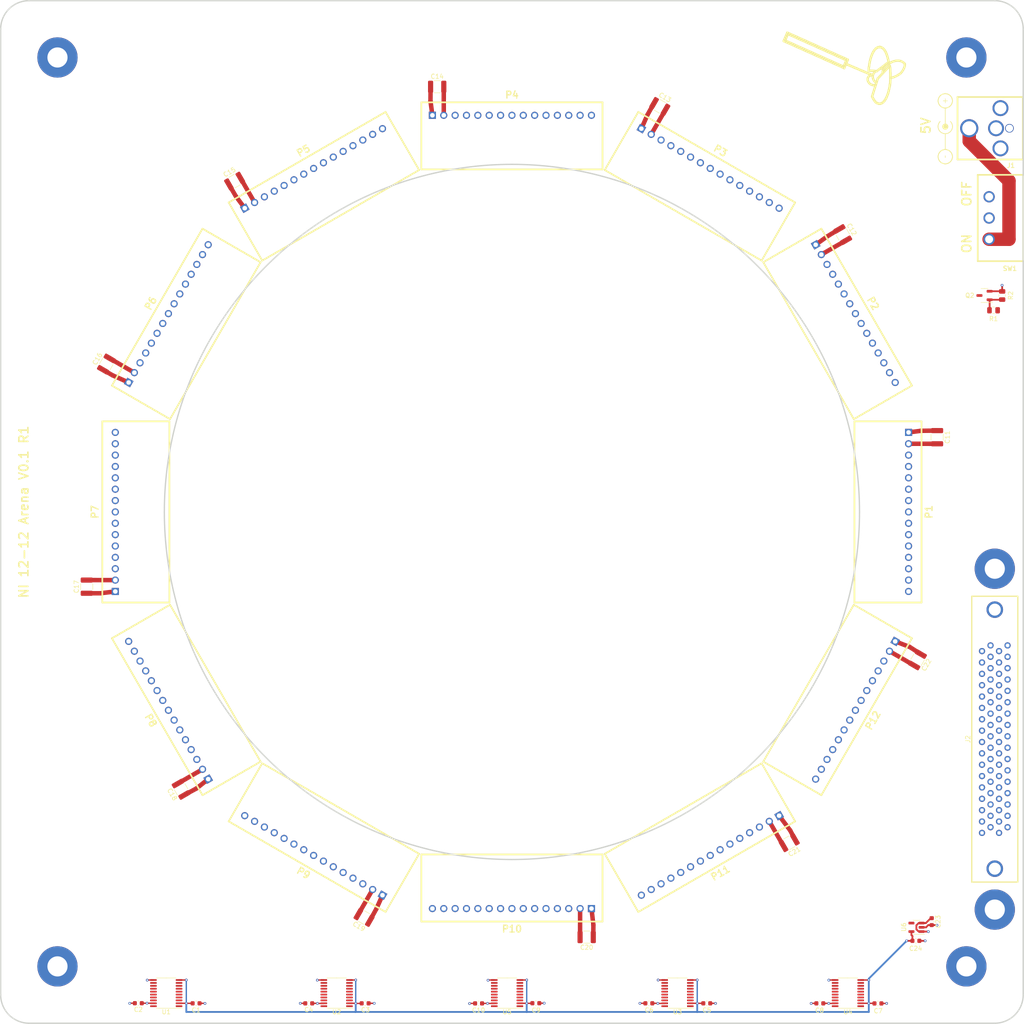
<source format=kicad_pcb>
(kicad_pcb (version 20221018) (generator pcbnew)
  (layers (0 "F.Cu" signal) (1 "In1.Cu" power) (2 "In2.Cu" power) (31 "B.Cu" signal) (34 "B.Paste" user) (35 "F.Paste" user) (36 "B.SilkS" user "B.Silkscreen") (37 "F.SilkS" user "F.Silkscreen") (38 "B.Mask" user) (39 "F.Mask" user) (44 "Edge.Cuts" user))
  (net 0 "")
  (net 1 "+3.3V")
  (net 2 "+5V")
  (net 4 "Net-(SW1-A)")
  (net 15 "/Level Shifters/PAN5V.CS_00")
  (net 16 "/Level Shifters/PAN5V.CS_01")
  (net 17 "/Level Shifters/PAN5V.CS_02")
  (net 18 "/Level Shifters/PAN5V.CS_03")
  (net 19 "/Level Shifters/PAN5V.CS_04")
  (net 20 "/Level Shifters/PAN5V.EXT_INT")
  (net 21 "GND")
  (net 25 "/Level Shifters/PAN5V.CS_05")
  (net 26 "/Level Shifters/PAN5V.CS_06")
  (net 38 "Net-(Q2-G)")
  (net 39 "/Level Shifters/PAN5V.RESET")
  (net 40 "/Level Shifters/PAN3V.RESET")
  (net 41 "/Level Shifters/PAN3V.CS_00")
  (net 42 "/Level Shifters/PAN3V.CS_01")
  (net 43 "/Level Shifters/PAN3V.CS_02")
  (net 44 "/Level Shifters/PAN3V.CS_03")
  (net 45 "/Level Shifters/PAN3V.CS_04")
  (net 46 "/Level Shifters/PAN3V.CS_05")
  (net 47 "/Level Shifters/PAN3V.CS_06")
  (net 48 "/Level Shifters/PAN3V.CS_07")
  (net 49 "/Level Shifters/PAN5V.CS_07")
  (net 50 "/Level Shifters/PAN3V.SCK_00")
  (net 51 "/Level Shifters/PAN3V.SCK_01")
  (net 52 "/Level Shifters/PAN3V.SCK_02")
  (net 53 "/Level Shifters/PAN3V.SCK_03")
  (net 54 "/Level Shifters/PAN3V.SCK_04")
  (net 55 "/Level Shifters/PAN3V.SCK_05")
  (net 56 "/Level Shifters/PAN3V.MOSI_00")
  (net 57 "/Level Shifters/PAN3V.MISO_00")
  (net 58 "/Level Shifters/PAN5V.MISO_00")
  (net 59 "/Level Shifters/PAN5V.MOSI_00")
  (net 60 "/Level Shifters/PAN5V.SCK_05")
  (net 61 "/Level Shifters/PAN5V.SCK_04")
  (net 62 "/Level Shifters/PAN5V.SCK_03")
  (net 63 "/Level Shifters/PAN5V.SCK_02")
  (net 64 "/Level Shifters/PAN3V.EXT_INT")
  (net 65 "/Level Shifters/PAN5V.SCK_01")
  (net 66 "/Level Shifters/PAN5V.SCK_00")
  (net 67 "/Level Shifters/PAN3V.MOSI_01")
  (net 68 "/Level Shifters/PAN3V.MISO_01")
  (net 69 "/Level Shifters/PAN3V.MOSI_02")
  (net 70 "/Level Shifters/PAN3V.MISO_02")
  (net 71 "/Level Shifters/PAN3V.MOSI_03")
  (net 72 "/Level Shifters/PAN3V.MISO_03")
  (net 73 "/Level Shifters/PAN3V.MOSI_04")
  (net 74 "/Level Shifters/PAN3V.MISO_04")
  (net 75 "/Level Shifters/PAN5V.MISO_04")
  (net 76 "/Level Shifters/PAN5V.MOSI_04")
  (net 77 "/Level Shifters/PAN5V.MISO_03")
  (net 78 "/Level Shifters/PAN5V.MOSI_03")
  (net 79 "/Level Shifters/PAN5V.MISO_02")
  (net 80 "/Level Shifters/PAN5V.MOSI_02")
  (net 81 "/Level Shifters/PAN5V.MISO_01")
  (net 82 "/Level Shifters/PAN5V.MOSI_01")
  (net 83 "/Level Shifters/PAN3V.MOSI_05")
  (net 84 "/Panel Headers/RESET")
  (net 85 "/Level Shifters/PAN3V.MISO_05")
  (net 86 "/Level Shifters/PAN3V.MOSI_06")
  (net 87 "/Level Shifters/PAN3V.MISO_06")
  (net 88 "/Level Shifters/PAN3V.MOSI_07")
  (net 89 "/Level Shifters/PAN3V.MISO_07")
  (net 90 "/Level Shifters/PAN3V.MOSI_08")
  (net 91 "/Level Shifters/PAN3V.MISO_08")
  (net 92 "/Level Shifters/PAN5V.MISO_08")
  (net 93 "/Level Shifters/PAN5V.MOSI_08")
  (net 94 "/Level Shifters/PAN5V.MISO_07")
  (net 95 "/Level Shifters/PAN5V.MOSI_07")
  (net 96 "/Level Shifters/PAN5V.MISO_06")
  (net 97 "/Level Shifters/PAN5V.MOSI_06")
  (net 98 "/Level Shifters/PAN5V.MISO_05")
  (net 99 "/Level Shifters/PAN5V.MOSI_05")
  (net 100 "/Level Shifters/PAN3V.MOSI_09")
  (net 101 "/Level Shifters/PAN3V.MISO_09")
  (net 102 "/Level Shifters/PAN3V.MOSI_10")
  (net 103 "/Level Shifters/PAN3V.MISO_10")
  (net 104 "/Level Shifters/PAN3V.MOSI_11")
  (net 105 "/Level Shifters/PAN3V.MISO_11")
  (net 106 "/Level Shifters/PAN5V.MISO_11")
  (net 107 "/Level Shifters/PAN5V.MOSI_11")
  (net 108 "/Level Shifters/PAN5V.MISO_10")
  (net 109 "/Level Shifters/PAN5V.MOSI_10")
  (net 110 "/Level Shifters/PAN5V.MISO_09")
  (net 111 "/Level Shifters/PAN5V.MOSI_09")
  (footprint "Capacitor_SMD:C_0603_1608Metric" (layer "F.Cu") (at 144.9832 287.655)
    (fp_text reference "C3")
    (fp_text value "0.1uF")
  )
  (footprint "Capacitor_SMD:C_1210_3225Metric" (layer "F.Cu") (at 210.858715 87.120624 -30)
    (fp_text reference "C13")
    (fp_text value "100uF")
  )
  (footprint "MountingHole:MountingHole_4.5mm_Pad" (layer "F.Cu") (at 76.2 76.2)
    (fp_text reference "H1" hide)
    (fp_text value "MountingHole_Pad" hide)
  )
  (footprint "arena_custom:HEADER_TOP" (layer "F.Cu") (at 177.799999 266.474028 180)
    (fp_text reference "P10")
    (fp_text value "CONN15" hide)
  )
  (footprint "Capacitor_SMD:C_0603_1608Metric" (layer "F.Cu") (at 208.4105 287.653 180)
    (fp_text reference "C6")
    (fp_text value "0.1uF")
  )
  (footprint "arena_custom:HEADER_TOP" (layer "F.Cu") (at 254.593961 222.137014 -120)
    (fp_text reference "P12")
    (fp_text value "CONN15" hide)
  )
  (footprint "arena_custom:HEADER_TOP" (layer "F.Cu") (at 89.125971 177.8 90)
    (fp_text reference "P7")
    (fp_text value "CONN15" hide)
  )
  (footprint "Capacitor_SMD:C_1210_3225Metric" (layer "F.Cu") (at 161.09 82.739999)
    (fp_text reference "C14")
    (fp_text value "100uF")
  )
  (footprint "Capacitor_SMD:C_1210_3225Metric" (layer "F.Cu") (at 268.479375 210.858715 -120)
    (fp_text reference "C22")
    (fp_text value "100uF")
  )
  (footprint "arena_custom:slide_switch" (layer "F.Cu") (at 287.02 112.0902 90)
    (fp_text reference "SW1")
    (fp_text value "SW_SPDT" hide)
  )
  (footprint "Package_SO:TSSOP-20_4.4x6.5mm_P0.65mm" (layer "F.Cu") (at 214.8155 285.373 180)
    (fp_text reference "U3")
    (fp_text value "TXB0108PW")
  )
  (footprint "Capacitor_SMD:C_0603_1608Metric" (layer "F.Cu") (at 246.6355 287.663 180)
    (fp_text reference "C8")
    (fp_text value "0.1uF")
  )
  (footprint "Package_SO:TSSOP-20_4.4x6.5mm_P0.65mm" (layer "F.Cu") (at 138.6155 285.373 180)
    (fp_text reference "U2")
    (fp_text value "TXB0108PW")
  )
  (footprint "Capacitor_SMD:C_1210_3225Metric" (layer "F.Cu") (at 103.830624 239.801284 120)
    (fp_text reference "C18")
    (fp_text value "100uF")
  )
  (footprint "arena_custom:HEADER_TOP" (layer "F.Cu") (at 133.462985 254.593961 150)
    (fp_text reference "P9")
    (fp_text value "CONN15" hide)
  )
  (footprint "arena_custom:HEADER_TOP" (layer "F.Cu") (at 222.137014 254.593961 -150)
    (fp_text reference "P11")
    (fp_text value "CONN15" hide)
  )
  (footprint "Capacitor_SMD:C_0603_1608Metric" (layer "F.Cu") (at 183.147 287.6296)
    (fp_text reference "C9")
    (fp_text value "0.1uF")
  )
  (footprint "Capacitor_SMD:C_0603_1608Metric" (layer "F.Cu") (at 94.2705 287.633 180)
    (fp_text reference "C2")
    (fp_text value "0.1uF")
  )
  (footprint "Capacitor_SMD:C_0603_1608Metric" (layer "F.Cu") (at 221.361 287.655)
    (fp_text reference "C5")
    (fp_text value "0.1uF")
  )
  (footprint "Capacitor_SMD:C_0603_1608Metric" (layer "F.Cu") (at 170.3455 287.673 180)
    (fp_text reference "C10")
    (fp_text value "0.1uF")
  )
  (footprint "MountingHole:MountingHole_4.5mm_Pad" (layer "F.Cu") (at 279.4 279.4)
    (fp_text reference "H3" hide)
    (fp_text value "MountingHole_Pad" hide)
  )
  (footprint "Package_SO:TSSOP-20_4.4x6.5mm_P0.65mm" (layer "F.Cu") (at 100.5155 285.373 180)
    (fp_text reference "U1")
    (fp_text value "TXB0108PW")
  )
  (footprint "Capacitor_SMD:C_0603_1608Metric" (layer "F.Cu") (at 268.11 273.685)
    (fp_text reference "C24")
    (fp_text value "10uF")
  )
  (footprint "Package_TO_SOT_SMD:SOT-23-3" (layer "F.Cu") (at 283.4585 129.413 180)
    (fp_text reference "Q2")
    (fp_text value "MOSFET_NCHAN" hide)
  )
  (footprint "MountingHole:MountingHole_4.5mm_Pad" (layer "F.Cu") (at 76.2 279.4)
    (fp_text reference "H4" hide)
    (fp_text value "MountingHole_Pad" hide)
  )
  (footprint "arena_custom:DCJACK_2PIN_HIGHCURRENT" (layer "F.Cu") (at 292.0238 92.0242 -90)
    (fp_text reference "J1")
    (fp_text value "Barrel_Jack" hide)
  )
  (footprint "Capacitor_SMD:C_1210_3225Metric" (layer "F.Cu") (at 115.798715 103.830624 30)
    (fp_text reference "C15")
    (fp_text value "100uF")
  )
  (footprint "arena_custom:HEADER_TOP" (layer "F.Cu") (at 133.462985 101.006038 30)
    (fp_text reference "P5")
    (fp_text value "CONN15" hide)
  )
  (footprint "Capacitor_SMD:C_1210_3225Metric" (layer "F.Cu") (at 239.801284 251.769375 -150)
    (fp_text reference "C21")
    (fp_text value "100uF")
  )
  (footprint "Package_SO:TSSOP-20_4.4x6.5mm_P0.65mm" (layer "F.Cu") (at 252.9155 285.373 180)
    (fp_text reference "U4")
    (fp_text value "TXB0108PW")
  )
  (footprint "arena_custom:HEADER_TOP" (layer "F.Cu") (at 177.8 89.125971)
    (fp_text reference "P4")
    (fp_text value "CONN15" hide)
  )
  (footprint "Resistor_SMD:R_0805_2012Metric" (layer "F.Cu") (at 285.4725 132.715)
    (fp_text reference "R1")
    (fp_text value "200" hide)
  )
  (footprint "Package_TO_SOT_SMD:SOT-23-5" (layer "F.Cu") (at 268.2525 270.665 180)
    (fp_text reference "U6")
    (fp_text value "AP2112K-3.3" hide)
  )
  (footprint "Capacitor_SMD:C_1210_3225Metric" (layer "F.Cu") (at 272.86 161.09 -90)
    (fp_text reference "C11")
    (fp_text value "100uF")
  )
  (footprint "Capacitor_SMD:C_1210_3225Metric" (layer "F.Cu") (at 251.769375 115.798715 -60)
    (fp_text reference "C12")
    (fp_text value "100uF")
  )
  (footprint "MountingHole:MountingHole_4.5mm_Pad" (layer "F.Cu") (at 285.75 190.5)
    (fp_text reference "H5" hide)
    (fp_text value "MountingHole_Pad" hide)
  )
  (footprint "arena_custom:HEADER_TOP" (layer "F.Cu") (at 266.474028 177.8 -90)
    (fp_text reference "P1")
    (fp_text value "CONN15" hide)
  )
  (footprint "arena_custom:HEADER_TOP" (layer "F.Cu") (at 101.006038 133.462985 60)
    (fp_text reference "P6")
    (fp_text value "CONN15" hide)
  )
  (footprint "arena_custom:HEADER_TOP" (layer "F.Cu") (at 101.006038 222.137014 120)
    (fp_text reference "P8")
    (fp_text value "CONN15" hide)
  )
  (footprint "MountingHole:MountingHole_4.5mm_Pad" (layer "F.Cu") (at 279.4 76.2)
    (fp_text reference "H2" hide)
    (fp_text value "MountingHole_Pad" hide)
  )
  (footprint "Capacitor_SMD:C_0603_1608Metric" (layer "F.Cu") (at 132.3755 287.663 180)
    (fp_text reference "C4")
    (fp_text value "0.1uF")
  )
  (footprint "Capacitor_SMD:C_0603_1608Metric" (layer "F.Cu") (at 259.6264 287.6804)
    (fp_text reference "C7")
    (fp_text value "0.1uF")
  )
  (footprint "Capacitor_SMD:C_1210_3225Metric" (layer "F.Cu") (at 87.120624 144.741284 60)
    (fp_text reference "C16")
    (fp_text value "100uF")
  )
  (footprint "Capacitor_SMD:C_0603_1608Metric" (layer "F.Cu") (at 107.188 287.655)
    (fp_text reference "C1")
    (fp_text value "0.1uF")
  )
  (footprint "MountingHole:MountingHole_4.5mm_Pad" (layer "F.Cu") (at 285.75 266.7)
    (fp_text reference "H6" hide)
    (fp_text value "MountingHole_Pad" hide)
  )
  (footprint "arena_custom:HEADER_TOP" (layer "F.Cu") (at 254.593961 133.462985 -60)
    (fp_text reference "P2")
    (fp_text value "CONN15" hide)
  )
  (footprint "Capacitor_SMD:C_1210_3225Metric" (layer "F.Cu") (at 194.51 272.86 180)
    (fp_text reference "C20")
    (fp_text value "100uF")
  )
  (footprint "Capacitor_SMD:C_0603_1608Metric" (layer "F.Cu") (at 271.645 269.395 -90)
    (fp_text reference "C23")
    (fp_text value "10uF")
  )
  (footprint "arena_custom:TE_CONN_DSUB_VERT_68" (layer "F.Cu") (at 285.75 228.6 90)
    (fp_text reference "J2")
    (fp_text value "NI_TE_68pos" hide)
  )
  (footprint "Capacitor_SMD:C_1210_3225Metric" (layer "F.Cu") (at 144.741284 268.479375 150)
    (fp_text reference "C19")
    (fp_text value "100uF")
  )
  (footprint "Capacitor_SMD:C_1210_3225Metric" (layer "F.Cu") (at 82.739999 194.51 90)
    (fp_text reference "C17")
    (fp_text value "100uF")
  )
  (footprint "arena_custom:HEADER_TOP" (layer "F.Cu") (at 222.137014 101.006038 -30)
    (fp_text reference "P3")
    (fp_text value "CONN15" hide)
  )
  (footprint "Package_SO:TSSOP-20_4.4x6.5mm_P0.65mm" (layer "F.Cu") (at 176.7155 285.373 180)
    (fp_text reference "U5")
    (fp_text value "TXB0108PW")
  )
  (footprint "Resistor_SMD:R_0805_2012Metric" (layer "F.Cu") (at 287.401 129.413 -90)
    (fp_text reference "R2")
    (fp_text value "20k" hide)
  )
  (gr_line (start 261.869046 84.235629) (end 261.941978 83.996274) (stroke (width 0.514144)) (layer "F.SilkS"))
  (gr_line (start 258.99813 86.023131) (end 259.098897 86.128731) (stroke (width 0.514144)) (layer "F.SilkS"))
  (gr_line (start 259.068645 82.308853) (end 258.717929 82.409537) (stroke (width 0.514144)) (layer "F.SilkS"))
  (gr_line (start 273.382477 92.585887) (end 273.336417 92.519801) (stroke (width 0.15487)) (layer "F.SilkS"))
  (gr_line (start 275.003458 84.324863) (end 275.080765 84.342706) (stroke (width 0.179621)) (layer "F.SilkS"))
  (gr_line (start 273.725344 84.609849) (end 273.787993 84.565299) (stroke (width 0.179621)) (layer "F.SilkS"))
  (gr_line (start 262.352669 81.788771) (end 262.380098 81.482222) (stroke (width 0.514144)) (layer "F.SilkS"))
  (gr_line (start 257.687722 79.102057) (end 257.547538 79.107867) (stroke (width 0.514144)) (layer "F.SilkS"))
  (gr_line (start 257.723346 80.298042) (end 258.0072 80.217521) (stroke (width 0.514144)) (layer "F.SilkS"))
  (gr_line (start 258.318284 84.933399) (end 258.534906 85.362848) (stroke (width 0.514144)) (layer "F.SilkS"))
  (gr_line (start 261.038343 85.916534) (end 261.144288 85.776614) (stroke (width 0.514144)) (layer "F.SilkS"))
  (gr_line (start 275.230838 99.879067) (end 275.156592 99.904189) (stroke (width 0.179621)) (layer "F.SilkS"))
  (gr_line (start 276.047991 97.549536) (end 276.086466 97.616452) (stroke (width 0.179621)) (layer "F.SilkS"))
  (gr_line (start 259.522398 86.435015) (end 259.632794 86.481079) (stroke (width 0.514144)) (layer "F.SilkS"))
  (gr_line (start 258.777057 85.766629) (end 258.999103 86.077093) (stroke (width 0.514144)) (layer "F.SilkS"))
  (gr_line (start 274.438075 87.469819) (end 274.359386 87.455767) (stroke (width 0.179621)) (layer "F.SilkS"))
  (gr_line (start 276.068771 92.451998) (end 276.026396 92.519801) (stroke (width 0.15487)) (layer "F.SilkS"))
  (gr_line (start 259.269515 86.342375) (end 259.551597 86.474135) (stroke (width 0.514144)) (layer "F.SilkS"))
  (gr_line (start 273.607013 99.560919) (end 273.551517 99.50801) (stroke (width 0.179621)) (layer "F.SilkS"))
  (gr_line (start 273.852841 99.744693) (end 273.788008 99.70313) (stroke (width 0.179621)) (layer "F.SilkS"))
  (gr_line (start 276.275119 91.864932) (end 276.262222 91.94132) (stroke (width 0.15487)) (layer "F.SilkS"))
  (gr_line (start 261.195859 79.169296) (end 259.579265 80.914514) (stroke (width 0.514144)) (layer "F.SilkS"))
  (gr_line (start 273.66498 97.145084) (end 273.725344 97.097647) (stroke (width 0.179621)) (layer "F.SilkS"))
  (gr_line (start 258.222097 75.712175) (end 258.508193 75.08281) (stroke (width 0.514144)) (layer "F.SilkS"))
  (gr_line (start 257.639291 81.892298) (end 257.44424 81.58542) (stroke (width 0.514144)) (layer "F.SilkS"))
  (gr_line (start 259.105015 74.263825) (end 259.311569 74.094352) (stroke (width 0.514144)) (layer "F.SilkS"))
  (gr_line (start 274.599194 87.486151) (end 274.518045 87.479981) (stroke (width 0.179621)) (layer "F.SilkS"))
  (gr_line (start 264.846868 77.03694) (end 265.19515 77.227932) (stroke (width 0.514144)) (layer "F.SilkS"))
  (gr_line (start 273.356395 99.271523) (end 273.314831 99.20669) (stroke (width 0.179621)) (layer "F.SilkS"))
  (gr_line (start 273.101902 85.646968) (end 273.115954 85.56828) (stroke (width 0.179621)) (layer "F.SilkS"))
  (gr_line (start 257.836877 82.08495) (end 257.639291 81.892298) (stroke (width 0.514144)) (layer "F.SilkS"))
  (gr_line (start 258.363097 84.991946) (end 258.44546 85.168472) (stroke (width 0.514144)) (layer "F.SilkS"))
  (gr_line (start 275.755818 87.073121) (end 275.697839 87.123344) (stroke (width 0.179621)) (layer "F.SilkS"))
  (gr_line (start 257.44424 81.58542) (end 257.354114 81.357061) (stroke (width 0.514144)) (layer "F.SilkS"))
  (gr_line (start 276.086466 85.128654) (end 276.121754 85.197553) (stroke (width 0.179621)) (layer "F.SilkS"))
  (gr_line (start 274.681423 87.488231) (end 274.599194 87.486151) (stroke (width 0.179621)) (layer "F.SilkS"))
  (gr_line (start 274.924769 84.310811) (end 275.003458 84.324863) (stroke (width 0.179621)) (layer "F.SilkS"))
  (gr_line (start 260.733432 86.263588) (end 261.151004 85.835117) (stroke (width 0.514144)) (layer "F.SilkS"))
  (gr_line (start 273.314823 85.061738) (end 273.356386 84.996906) (stroke (width 0.179621)) (layer "F.SilkS"))
  (gr_line (start 276.271073 98.214736) (end 276.277243 98.295885) (stroke (width 0.179621)) (layer "F.SilkS"))
  (gr_line (start 275.374182 96.937769) (end 275.44308 96.973057) (stroke (width 0.179621)) (layer "F.SilkS"))
  (gr_line (start 273.602839 92.829524) (end 273.542765 92.772411) (stroke (width 0.15487)) (layer "F.SilkS"))
  (gr_line (start 260.706413 79.477825) (end 260.712024 79.395359) (stroke (width 0.514144)) (layer "F.SilkS"))
  (gr_line (start 276.121754 86.583077) (end 276.086466 86.651976) (stroke (width 0.179621)) (layer "F.SilkS"))
  (gr_line (start 260.946139 74.368048) (end 261.01622 74.452941) (stroke (width 0.514144)) (layer "F.SilkS"))
  (gr_line (start 276.246859 85.56828) (end 276.260911 85.646968) (stroke (width 0.179621)) (layer "F.SilkS"))
  (gr_line (start 259.191337 74.160326) (end 259.635724 73.899427) (stroke (width 0.514144)) (layer "F.SilkS"))
  (gr_line (start 275.86422 97.303711) (end 275.914443 97.361691) (stroke (width 0.179621)) (layer "F.SilkS"))
  (gr_line (start 262.545324 80.771909) (end 262.412185 80.815627) (stroke (width 0.514144)) (layer "F.SilkS"))
  (gr_line (start 260.324618 73.925972) (end 260.408233 73.957619) (stroke (width 0.514144)) (layer "F.SilkS"))
  (gr_line (start 274.059426 84.417972) (end 274.131991 84.389361) (stroke (width 0.179621)) (layer "F.SilkS"))
  (gr_line (start 273.161389 92.166478) (end 273.137438 92.092236) (stroke (width 0.15487)) (layer "F.SilkS"))
  (gr_line (start 274.438068 96.798609) (end 274.518039 96.788447) (stroke (width 0.179621)) (layer "F.SilkS"))
  (gr_line (start 275.230838 87.391269) (end 275.156592 87.416391) (stroke (width 0.179621)) (layer "F.SilkS"))
  (gr_line (start 276.277243 98.460342) (end 276.271073 98.541491) (stroke (width 0.179621)) (layer "F.SilkS"))
  (gr_line (start 273.725358 99.658579) (end 273.664993 99.611142) (stroke (width 0.179621)) (layer "F.SilkS"))
  (gr_line (start 259.801304 86.526091) (end 259.858193 86.534526) (stroke (width 0.514144)) (layer "F.SilkS"))
  (gr_line (start 274.835757 93.236685) (end 274.758653 93.242212) (stroke (width 0.15487)) (layer "F.SilkS"))
  (gr_line (start 275.509996 87.256895) (end 275.44308 87.295371) (stroke (width 0.179621)) (layer "F.SilkS"))
  (gr_line (start 274.758653 93.242212) (end 274.681406 93.244055) (stroke (width 0.15487)) (layer "F.SilkS"))
  (gr_line (start 265.212543 79.059189) (end 264.97343 79.423887) (stroke (width 0.514144)) (layer "F.SilkS"))
  (gr_line (start 261.10243 78.444621) (end 261.315995 78.173283) (stroke (width 0.514144)) (layer "F.SilkS"))
  (gr_line (start 274.681423 90.986001) (end 274.681423 87.561242) (stroke (width 0.168772)) (layer "F.SilkS"))
  (gr_line (start 273.314831 99.20669) (end 273.276354 99.139774) (stroke (width 0.179621)) (layer "F.SilkS"))
  (gr_line (start 258.805038 79.584245) (end 258.962692 79.400971) (stroke (width 0.514144)) (layer "F.SilkS"))
  (gr_line (start 257.528226 80.472031) (end 257.723346 80.298042) (stroke (width 0.514144)) (layer "F.SilkS"))
  (gr_line (start 274.059439 99.850456) (end 273.988657 99.818457) (stroke (width 0.179621)) (layer "F.SilkS"))
  (gr_line (start 273.08557 85.808087) (end 273.09174 85.726938) (stroke (width 0.179621)) (layer "F.SilkS"))
  (gr_line (start 274.518045 87.479981) (end 274.438075 87.469819) (stroke (width 0.179621)) (layer "F.SilkS"))
  (gr_line (start 275.374182 87.330659) (end 275.303401 87.362658) (stroke (width 0.179621)) (layer "F.SilkS"))
  (gr_line (start 276.153753 99.000094) (end 276.121754 99.070875) (stroke (width 0.179621)) (layer "F.SilkS"))
  (gr_line (start 260.890935 74.300249) (end 261.297105 74.857027) (stroke (width 0.514144)) (layer "F.SilkS"))
  (gr_line (start 265.19515 77.227932) (end 265.459892 77.445818) (stroke (width 0.514144)) (layer "F.SilkS"))
  (gr_line (start 252.018284 78.418166) (end 238.718666 72.463535) (stroke (width 0.514144)) (layer "F.SilkS"))
  (gr_line (start 273.078482 91.479414) (end 273.087694 91.402597) (stroke (width 0.15487)) (layer "F.SilkS"))
  (gr_line (start 276.284331 91.788114) (end 276.275119 91.864932) (stroke (width 0.15487)) (layer "F.SilkS"))
  (gr_line (start 252.133761 78.470301) (end 252.892946 76.689761) (stroke (width 0.514144)) (layer "F.SilkS"))
  (gr_line (start 259.973209 73.869262) (end 260.063605 73.872837) (stroke (width 0.514144)) (layer "F.SilkS"))
  (gr_line (start 261.710483 84.685573) (end 261.79183 84.465528) (stroke (width 0.514144)) (layer "F.SilkS"))
  (gr_line (start 274.131991 96.877159) (end 274.206238 96.852037) (stroke (width 0.179621)) (layer "F.SilkS"))
  (gr_line (start 259.551597 86.474135) (end 259.994684 86.548802) (stroke (width 0.514144)) (layer "F.SilkS"))
  (gr_line (start 275.359457 93.094824) (end 275.287362 93.126144) (stroke (width 0.15487)) (layer "F.SilkS"))
  (gr_line (start 274.604159 93.242212) (end 274.527055 93.236685) (stroke (width 0.15487)) (layer "F.SilkS"))
  (gr_line (start 263.514703 76.966002) (end 263.881629 76.910616) (stroke (width 0.514144)) (layer "F.SilkS"))
  (gr_line (start 275.633528 92.932696) (end 275.567443 92.978755) (stroke (width 0.15487)) (layer "F.SilkS"))
  (gr_line (start 274.450238 93.227473) (end 274.373849 93.214577) (stroke (width 0.15487)) (layer "F.SilkS"))
  (gr_line (start 274.763651 87.486151) (end 274.681423 87.488231) (stroke (width 0.179621)) (layer "F.SilkS"))
  (gr_line (start 264.512155 76.955573) (end 264.846868 77.03694) (stroke (width 0.514144)) (layer "F.SilkS"))
  (gr_line (start 258.962692 79.400971) (end 259.082687 79.281825) (stroke (width 0.514144)) (layer "F.SilkS"))
  (gr_line (start 262.125243 77.541033) (end 262.317544 77.429839) (stroke (width 0.514144)) (layer "F.SilkS"))
  (gr_line (start 265.620054 78.101997) (end 265.506257 78.457494) (stroke (width 0.514144)) (layer "F.SilkS"))
  (gr_line (start 260.817915 86.156861) (end 260.9295 86.043416) (stroke (width 0.514144)) (layer "F.SilkS"))
  (gr_line (start 275.064779 93.197996) (end 274.988963 93.214577) (stroke (width 0.15487)) (layer "F.SilkS"))
  (gr_line (start 275.811312 84.760418) (end 275.86422 84.815913) (stroke (width 0.179621)) (layer "F.SilkS"))
  (gr_line (start 259.635364 73.926715) (end 259.746568 73.894972) (stroke (width 0.514144)) (layer "F.SilkS"))
  (gr_line (start 265.459892 77.445818) (end 265.636571 77.627093) (stroke (width 0.514144)) (layer "F.SilkS"))
  (gr_line (start 273.18045 85.340898) (end 273.209061 85.268335) (stroke (width 0.179621)) (layer "F.SilkS"))
  (gr_line (start 274.132004 99.879067) (end 274.059439 99.850456) (stroke (width 0.179621)) (layer "F.SilkS"))
  (gr_line (start 274.359386 99.943564) (end 274.282078 99.925722) (stroke (width 0.179621)) (layer "F.SilkS"))
  (gr_line (start 276.277243 85.808087) (end 276.279322 85.890315) (stroke (width 0.179621)) (layer "F.SilkS"))
  (gr_line (start 262.348726 78.582461) (end 262.320169 78.325753) (stroke (width 0.514144)) (layer "F.SilkS"))
  (gr_line (start 260.152305 73.88352) (end 260.239309 73.901252) (stroke (width 0.514144)) (layer "F.SilkS"))
  (gr_line (start 275.374182 84.449971) (end 275.44308 84.485259) (stroke (width 0.179621)) (layer "F.SilkS"))
  (gr_line (start 275.820048 92.772411) (end 275.759973 92.829524) (stroke (width 0.15487)) (layer "F.SilkS"))
  (gr_line (start 273.294042 90.815531) (end 273.336417 90.747728) (stroke (width 0.15487)) (layer "F.SilkS"))
  (gr_line (start 273.137438 91.175293) (end 273.161389 91.101051) (stroke (width 0.15487)) (layer "F.SilkS"))
  (gr_line (start 273.133798 98.777457) (end 273.115955 98.700149) (stroke (width 0.179621)) (layer "F.SilkS"))
  (gr_line (start 257.547538 79.107867) (end 257.592519 78.552196) (stroke (width 0.514144)) (layer "F.SilkS"))
  (gr_line (start 239.427243 70.80169) (end 252.726861 76.756319) (stroke (width 0.514144)) (layer "F.SilkS"))
  (gr_line (start 275.811312 97.248216) (end 275.86422 97.303711) (stroke (width 0.179621)) (layer "F.SilkS"))
  (gr_line (start 276.026396 92.519801) (end 275.980336 92.585887) (stroke (width 0.15487)) (layer "F.SilkS"))
  (gr_line (start 261.536013 85.094508) (end 261.625159 84.895366) (stroke (width 0.514144)) (layer "F.SilkS"))
  (gr_line (start 276.275119 91.402597) (end 276.284331 91.479414) (stroke (width 0.15487)) (layer "F.SilkS"))
  (gr_line (start 259.972961 86.541318) (end 260.099431 86.533073) (stroke (width 0.514144)) (layer "F.SilkS"))
  (gr_line (start 276.246859 98.700149) (end 276.229017 98.777457) (stroke (width 0.179621)) (layer "F.SilkS"))
  (gr_line (start 261.341306 74.971955) (end 261.401263 75.094245) (stroke (width 0.514144)) (layer "F.SilkS"))
  (gr_line (start 276.047991 85.061738) (end 276.086466 85.128654) (stroke (width 0.179621)) (layer "F.SilkS"))
  (gr_line (start 273.087694 91.402597) (end 273.100591 91.326209) (stroke (width 0.15487)) (layer "F.SilkS"))
  (gr_line (start 261.675791 75.794806) (end 261.773826 76.115488) (stroke (width 0.514144)) (layer "F.SilkS"))
  (gr_line (start 263.449756 80.470019) (end 263.104776 80.627747) (stroke (width 0.514144)) (layer "F.SilkS"))
  (gr_line (start 262.027618 77.209965) (end 261.376386 77.701929) (stroke (width 0.514144)) (layer "F.SilkS"))
  (gr_line (start 273.664993 87.123344) (end 273.607013 87.073121) (stroke (width 0.179621)) (layer "F.SilkS"))
  (gr_line (start 263.76086 80.342364) (end 263.449756 80.470019) (stroke (width 0.514144)) (layer "F.SilkS"))
  (gr_line (start 265.636571 77.627093) (end 265.663369 77.776798) (stroke (width 0.514144)) (layer "F.SilkS"))
  (gr_line (start 276.153753 97.756132) (end 276.182363 97.828696) (stroke (width 0.179621)) (layer "F.SilkS"))
  (gr_line (start 262.612989 77.277899) (end 262.838926 77.169467) (stroke (width 0.514144)) (layer "F.SilkS"))
  (gr_line (start 262.420712 79.650396) (end 262.409246 79.377787) (stroke (width 0.514144)) (layer "F.SilkS"))
  (gr_line (start 258.93925 81.596985) (end 258.793315 81.442199) (stroke (width 0.514144)) (layer "F.SilkS"))
  (gr_line (start 275.755818 99.560919) (end 275.697839 99.611142) (stroke (width 0.179621)) (layer "F.SilkS"))
  (gr_line (start 274.681423 99.976028) (end 274.599194 99.973949) (stroke (width 0.179621)) (layer "F.SilkS"))
  (gr_line (start 273.209061 97.756132) (end 273.24106 97.685351) (stroke (width 0.179621)) (layer "F.SilkS"))
  (gr_line (start 276.271073 85.726938) (end 276.277243 85.808087) (stroke (width 0.179621)) (layer "F.SilkS"))
  (gr_line (start 275.574827 84.565299) (end 275.637475 84.609849) (stroke (width 0.179621)) (layer "F.SilkS"))
  (gr_line (start 275.877162 90.555193) (end 275.930591 90.617416) (stroke (width 0.15487)) (layer "F.SilkS"))
  (gr_line (start 275.930591 92.650113) (end 275.877162 92.712335) (stroke (width 0.15487)) (layer "F.SilkS"))
  (gr_line (start 258.230422 80.071917) (end 258.212991 80.112954) (stroke (width 0.514144)) (layer "F.SilkS"))
  (gr_line (start 273.087694 91.864932) (end 273.078482 91.788115) (stroke (width 0.15487)) (layer "F.SilkS"))
  (gr_line (start 276.182363 85.340898) (end 276.207485 85.415144) (stroke (width 0.179621)) (layer "F.SilkS"))
  (gr_line (start 273.180454 86.439732) (end 273.155331 86.365486) (stroke (width 0.179621)) (layer "F.SilkS"))
  (gr_line (start 276.068771 90.81553) (end 276.107461 90.884907) (stroke (width 0.15487)) (layer "F.SilkS"))
  (gr_line (start 259.34271 79.259526) (end 257.547538 79.107869) (stroke (width 0.514144)) (layer "F.SilkS"))
  (gr_line (start 262.320169 78.325753) (end 262.287582 78.073696) (stroke (width 0.514144)) (layer "F.SilkS"))
  (gr_line (start 274.075451 93.126144) (end 274.003355 93.094824) (stroke (width 0.15487)) (layer "F.SilkS"))
  (gr_line (start 275.637475 87.170781) (end 275.574827 87.215332) (stroke (width 0.179621)) (layer "F.SilkS"))
  (gr_line (start 273.276354 99.139774) (end 273.241065 99.070875) (stroke (width 0.179621)) (layer "F.SilkS"))
  (gr_line (start 273.607 84.707509) (end 273.66498 84.657286) (stroke (width 0.179621)) (layer "F.SilkS"))
  (gr_line (start 257.934495 76.603553) (end 258.222097 75.712175) (stroke (width 0.514144)) (layer "F.SilkS"))
  (gr_line (start 273.485651 90.555193) (end 273.542765 90.495117) (stroke (width 0.15487)) (layer "F.SilkS"))
  (gr_line (start 273.485651 92.712335) (end 273.432221 92.650113) (stroke (width 0.15487)) (layer "F.SilkS"))
  (gr_line (start 273.115954 98.056078) (end 273.133796 97.978769) (stroke (width 0.179621)) (layer "F.SilkS"))
  (gr_line (start 275.303401 87.362658) (end 275.230838 87.391269) (stroke (width 0.179621)) (layer "F.SilkS"))
  (gr_line (start 273.448373 84.873893) (end 273.498596 84.815913) (stroke (width 0.179621)) (layer "F.SilkS"))
  (gr_line (start 273.276354 86.651976) (end 273.241065 86.583077) (stroke (width 0.179621)) (layer "F.SilkS"))
  (gr_line (start 273.725344 97.097647) (end 273.787993 97.053096) (stroke (width 0.179621)) (layer "F.SilkS"))
  (gr_line (start 276.207485 98.853284) (end 276.182363 98.92753) (stroke (width 0.179621)) (layer "F.SilkS"))
  (gr_line (start 258.48339 80.268263) (end 258.584924 79.920481) (stroke (width 0.514144)) (layer "F.SilkS"))
  (gr_line (start 274.059439 87.362658) (end 273.988657 87.330659) (stroke (width 0.179621)) (layer "F.SilkS"))
  (gr_line (start 275.755818 97.195307) (end 275.811312 97.248216) (stroke (width 0.179621)) (layer "F.SilkS"))
  (gr_line (start 273.255351 92.382622) (end 273.220346 92.311814) (stroke (width 0.15487)) (layer "F.SilkS"))
  (gr_line (start 275.961879 97.422055) (end 276.006429 97.484703) (stroke (width 0.179621)) (layer "F.SilkS"))
  (gr_line (start 273.551517 99.50801) (end 273.498607 99.452515) (stroke (width 0.179621)) (layer "F.SilkS"))
  (gr_line (start 260.712024 79.395359) (end 260.716824 79.334517) (stroke (width 0.514144)) (layer "F.SilkS"))
  (gr_line (start 257.547538 79.107869) (end 257.578124 78.652664) (stroke (width 0.514144)) (layer "F.SilkS"))
  (gr_line (start 273.432221 92.650113) (end 273.382477 92.585887) (stroke (width 0.15487)) (layer "F.SilkS"))
  (gr_line (start 274.438068 84.310811) (end 274.518039 84.300649) (stroke (width 0.179621)) (layer "F.SilkS"))
  (gr_line (start 275.961879 84.934257) (end 276.006429 84.996906) (stroke (width 0.179621)) (layer "F.SilkS"))
  (gr_line (start 275.697839 87.123344) (end 275.637475 87.170781) (stroke (width 0.179621)) (layer "F.SilkS"))
  (gr_line (start 262.430002 80.205245) (end 262.427663 79.926306) (stroke (width 0.514144)) (layer "F.SilkS"))
  (gr_line (start 273.664993 99.611142) (end 273.607013 99.560919) (stroke (width 0.179621)) (layer "F.SilkS"))
  (gr_line (start 238.718666 72.463535) (end 239.427243 70.80169) (stroke (width 0.514144)) (layer "F.SilkS"))
  (gr_line (start 273.24106 97.685351) (end 273.276348 97.616452) (stroke (width 0.179621)) (layer "F.SilkS"))
  (gr_line (start 275.697839 97.145084) (end 275.755818 97.195307) (stroke (width 0.179621)) (layer "F.SilkS"))
  (gr_line (start 260.9295 86.043416) (end 261.038343 85.916534) (stroke (width 0.514144)) (layer "F.SilkS"))
  (gr_line (start 275.230838 84.389361) (end 275.303401 84.417972) (stroke (width 0.179621)) (layer "F.SilkS"))
  (gr_line (start 276.245641 91.250393) (end 276.262222 91.326208) (stroke (width 0.15487)) (layer "F.SilkS"))
  (gr_line (start 259.098897 86.128731) (end 259.201825 86.223015) (stroke (width 0.514144)) (layer "F.SilkS"))
  (gr_line (start 276.260911 85.646968) (end 276.271073 85.726938) (stroke (width 0.179621)) (layer "F.SilkS"))
  (gr_line (start 257.834421 77.017428) (end 257.947699 76.556915) (stroke (width 0.514144)) (layer "F.SilkS"))
  (gr_line (start 260.490153 73.996134) (end 260.57038 74.041455) (stroke (width 0.514144)) (layer "F.SilkS"))
  (gr_line (start 262.133521 83.225451) (end 262.187771 82.952251) (stroke (width 0.514144)) (layer "F.SilkS"))
  (gr_poly (pts (xy 274.615471 85.821918) (xy 274.615471 85.37279) (xy 274.74731 85.37279) (xy 274.74731 85.821918) (xy 275.196443 85.821918) (xy 275.196443 85.958716) (xy 274.74731 85.958716) (xy 274.74731 86.407842) (xy 274.615471 86.407842) (xy 274.615471 85.958716) (xy 274.166338 85.958716) (xy 274.166338 85.821918)) (fill solid) (layer "F.SilkS"))
  (gr_line (start 273.498607 99.452515) (end 273.448383 99.394536) (stroke (width 0.179621)) (layer "F.SilkS"))
  (gr_line (start 274.282078 99.925722) (end 274.20625 99.904189) (stroke (width 0.179621)) (layer "F.SilkS"))
  (gr_line (start 276.277243 98.295885) (end 276.279322 98.378113) (stroke (width 0.179621)) (layer "F.SilkS"))
  (gr_line (start 264.693561 79.736955) (end 264.392804 79.964002) (stroke (width 0.514144)) (layer "F.SilkS"))
  (gr_line (start 274.924769 96.798609) (end 275.003458 96.812662) (stroke (width 0.179621)) (layer "F.SilkS"))
  (gr_line (start 275.961879 99.334171) (end 275.914443 99.394536) (stroke (width 0.179621)) (layer "F.SilkS"))
  (gr_line (start 275.820048 90.495117) (end 275.877162 90.555193) (stroke (width 0.15487)) (layer "F.SilkS"))
  (gr_line (start 275.080765 99.925722) (end 275.003458 99.943564) (stroke (width 0.179621)) (layer "F.SilkS"))
  (gr_line (start 274.518039 84.300649) (end 274.599191 84.294479) (stroke (width 0.179621)) (layer "F.SilkS"))
  (gr_line (start 261.459536 75.222556) (end 261.516125 75.356828) (stroke (width 0.514144)) (layer "F.SilkS"))
  (gr_line (start 276.207485 85.415144) (end 276.229017 85.490971) (stroke (width 0.179621)) (layer "F.SilkS"))
  (gr_line (start 258.803546 85.779168) (end 258.899641 85.906511) (stroke (width 0.514144)) (layer "F.SilkS"))
  (gr_line (start 274.681423 96.71847) (end 274.681423 93.293712) (stroke (width 0.168772)) (layer "F.SilkS"))
  (gr_line (start 275.86422 86.964717) (end 275.811312 87.020212) (stroke (width 0.179621)) (layer "F.SilkS"))
  (gr_line (start 273.155328 85.415144) (end 273.18045 85.340898) (stroke (width 0.179621)) (layer "F.SilkS"))
  (gr_line (start 260.543439 74.014543) (end 260.890935 74.300249) (stroke (width 0.514144)) (layer "F.SilkS"))
  (gr_line (start 274.924769 87.469819) (end 274.8448 87.479981) (stroke (width 0.179621)) (layer "F.SilkS"))
  (gr_line (start 273.09174 98.541491) (end 273.08557 98.460342) (stroke (width 0.179621)) (layer "F.SilkS"))
  (gr_line (start 273.155328 97.902942) (end 273.18045 97.828696) (stroke (width 0.179621)) (layer "F.SilkS"))
  (gr_line (start 276.142467 90.955715) (end 276.173787 91.02781) (stroke (width 0.15487)) (layer "F.SilkS"))
  (gr_line (start 262.373156 78.843549) (end 262.348726 78.582461) (stroke (width 0.514144)) (layer "F.SilkS"))
  (gr_line (start 257.947699 76.556915) (end 258.075796 76.125437) (stroke (width 0.514144)) (layer "F.SilkS"))
  (gr_line (start 260.716824 79.334517) (end 260.719077 79.311514) (stroke (width 0.514144)) (layer "F.SilkS"))
  (gr_line (start 273.919757 99.783169) (end 273.852841 99.744693) (stroke (width 0.179621)) (layer "F.SilkS"))
  (gr_line (start 258.584924 79.920481) (end 258.805038 79.584245) (stroke (width 0.514144)) (layer "F.SilkS"))
  (gr_line (start 274.282067 96.830504) (end 274.359377 96.812662) (stroke (width 0.179621)) (layer "F.SilkS"))
  (gr_line (start 273.988643 96.937769) (end 274.059426 96.90577) (stroke (width 0.179621)) (layer "F.SilkS"))
  (gr_line (start 273.08349 85.890315) (end 273.08557 85.808087) (stroke (width 0.179621)) (layer "F.SilkS"))
  (gr_line (start 274.438075 99.957617) (end 274.359386 99.943564) (stroke (width 0.179621)) (layer "F.SilkS"))
  (gr_line (start 273.448373 97.361691) (end 273.498596 97.303711) (stroke (width 0.179621)) (layer "F.SilkS"))
  (gr_line (start 260.063605 73.872837) (end 260.152305 73.88352) (stroke (width 0.514144)) (layer "F.SilkS"))
  (gr_line (start 274.599191 96.782277) (end 274.681423 96.780198) (stroke (width 0.179621)) (layer "F.SilkS"))
  (gr_line (start 276.121754 97.685351) (end 276.153753 97.756132) (stroke (width 0.179621)) (layer "F.SilkS"))
  (gr_line (start 273.729285 92.932696) (end 273.66506 92.882953) (stroke (width 0.15487)) (layer "F.SilkS"))
  (gr_line (start 252.083147 78.589004) (end 252.133761 78.470301) (stroke (width 0.514144)) (layer "F.SilkS"))
  (gr_line (start 276.225374 92.092236) (end 276.201423 92.166478) (stroke (width 0.15487)) (layer "F.SilkS"))
  (gr_line (start 275.637475 97.097647) (end 275.697839 97.145084) (stroke (width 0.179621)) (layer "F.SilkS"))
  (gr_line (start 273.276348 97.616452) (end 273.314823 97.549536) (stroke (width 0.179621)) (layer "F.SilkS"))
  (gr_line (start 275.574827 97.053096) (end 275.637475 97.097647) (stroke (width 0.179621)) (layer "F.SilkS"))
  (gr_line (start 257.736863 77.504878) (end 257.834421 77.017428) (stroke (width 0.514144)) (layer "F.SilkS"))
  (gr_line (start 273.448383 86.906737) (end 273.400946 86.846373) (stroke (width 0.179621)) (layer "F.SilkS"))
  (gr_line (start 260.099431 86.533073) (end 260.224237 86.508607) (stroke (width 0.514144)) (layer "F.SilkS"))
  (gr_line (start 275.811312 99.50801) (end 275.755818 99.560919) (stroke (width 0.179621)) (layer "F.SilkS"))
  (gr_line (start 263.104776 80.627747) (end 262.817113 80.676663) (stroke (width 0.514144)) (layer "F.SilkS"))
  (gr_line (start 273.115954 85.56828) (end 273.133796 85.490971) (stroke (width 0.179621)) (layer "F.SilkS"))
  (gr_line (start 262.236965 82.671585) (end 262.280948 82.383851) (stroke (width 0.514144)) (layer "F.SilkS"))
  (gr_line (start 275.44308 96.973057) (end 275.509996 97.011533) (stroke (width 0.179621)) (layer "F.SilkS"))
  (gr_line (start 257.655928 78.017167) (end 257.736863 77.504878) (stroke (width 0.514144)) (layer "F.SilkS"))
  (gr_line (start 262.258439 78.077567) (end 259.57929 80.914513) (stroke (width 0.514144)) (layer "F.SilkS"))
  (gr_line (start 275.930591 90.617416) (end 275.980336 90.681642) (stroke (width 0.15487)) (layer "F.SilkS"))
  (gr_line (start 261.534156 75.386764) (end 261.757138 76.062194) (stroke (width 0.514144)) (layer "F.SilkS"))
  (gr_line (start 261.443199 85.282602) (end 261.536013 85.094508) (stroke (width 0.514144)) (layer "F.SilkS"))
  (gr_line (start 258.53226 80.945726) (end 258.474645 80.594653) (stroke (width 0.514144)) (layer "F.SilkS"))
  (gr_line (start 252.612176 77.684386) (end 258.230422 80.071917) (stroke (width 0.514144)) (layer "F.SilkS"))
  (gr_line (start 262.280948 82.383851) (end 262.319568 82.089447) (stroke (width 0.514144)) (layer "F.SilkS"))
  (gr_line (start 276.260911 98.62146) (end 276.246859 98.700149) (stroke (width 0.179621)) (layer "F.SilkS"))
  (gr_line (start 259.417751 74.026667) (end 259.52572 73.970701) (stroke (width 0.514144)) (layer "F.SilkS"))
  (gr_poly (pts (xy 274.755966 98.120997) (xy 274.755966 98.635228) (xy 274.606815 98.635228) (xy 274.606815 98.120997)) (fill solid) (layer "F.SilkS"))
  (gr_line (start 262.401699 81.170196) (end 262.41732 80.853093) (stroke (width 0.514144)) (layer "F.SilkS"))
  (gr_line (start 276.086466 97.616452) (end 276.121754 97.685351) (stroke (width 0.179621)) (layer "F.SilkS"))
  (gr_line (start 273.400946 86.846373) (end 273.356395 86.783724) (stroke (width 0.179621)) (layer "F.SilkS"))
  (gr_line (start 264.392804 79.964002) (end 264.041229 80.164147) (stroke (width 0.514144)) (layer "F.SilkS"))
  (gr_line (start 259.579265 80.914514) (end 258.318284 84.933399) (stroke (width 0.514144)) (layer "F.SilkS"))
  (gr_line (start 262.838926 77.169467) (end 263.155786 77.057192) (stroke (width 0.514144)) (layer "F.SilkS"))
  (gr_line (start 261.949735 76.82355) (end 262.02762 77.209963) (stroke (width 0.514144)) (layer "F.SilkS"))
  (gr_line (start 275.811312 87.020212) (end 275.755818 87.073121) (stroke (width 0.179621)) (layer "F.SilkS"))
  (gr_line (start 258.899641 85.906511) (end 258.99813 86.023131) (stroke (width 0.514144)) (layer "F.SilkS"))
  (gr_line (start 273.988657 87.330659) (end 273.919757 87.295371) (stroke (width 0.179621)) (layer "F.SilkS"))
  (gr_line (start 274.282067 84.342706) (end 274.359377 84.324863) (stroke (width 0.179621)) (layer "F.SilkS"))
  (gr_line (start 275.914443 84.873893) (end 275.961879 84.934257) (stroke (width 0.179621)) (layer "F.SilkS"))
  (gr_line (start 275.303401 99.850456) (end 275.230838 99.879067) (stroke (width 0.179621)) (layer "F.SilkS"))
  (gr_line (start 258.357822 82.347861) (end 258.072309 82.24645) (stroke (width 0.514144)) (layer "F.SilkS"))
  (gr_line (start 273.448383 99.394536) (end 273.400946 99.334171) (stroke (width 0.179621)) (layer "F.SilkS"))
  (gr_line (start 260.090564 73.832652) (end 260.543439 74.014543) (stroke (width 0.514144)) (layer "F.SilkS"))
  (gr_line (start 273.863172 93.021129) (end 273.79537 92.978755) (stroke (width 0.15487)) (layer "F.SilkS"))
  (gr_line (start 274.912575 93.227473) (end 274.835757 93.236685) (stroke (width 0.15487)) (layer "F.SilkS"))
  (gr_line (start 260.743139 79.67101) (end 260.706413 79.477825) (stroke (width 0.514144)) (layer "F.SilkS"))
  (gr_line (start 273.988643 84.449971) (end 274.059426 84.417972) (stroke (width 0.179621)) (layer "F.SilkS"))
  (gr_line (start 252.892946 76.689761) (end 239.359053 70.630239) (stroke (width 0.514144)) (layer "F.SilkS"))
  (gr_line (start 257.379686 80.7664) (end 257.528226 80.472031) (stroke (width 0.514144)) (layer "F.SilkS"))
  (gr_line (start 273.336417 92.519801) (end 273.294042 92.451998) (stroke (width 0.15487)) (layer "F.SilkS"))
  (gr_line (start 274.148691 93.153779) (end 274.075451 93.126144) (stroke (width 0.15487)) (layer "F.SilkS"))
  (gr_line (start 259.744765 86.514348) (end 259.801304 86.526091) (stroke (width 0.514144)) (layer "F.SilkS"))
  (gr_line (start 273.133798 86.289659) (end 273.115955 86.212351) (stroke (width 0.179621)) (layer "F.SilkS"))
  (gr_line (start 273.100591 91.94132) (end 273.087694 91.864932) (stroke (width 0.15487)) (layer "F.SilkS"))
  (gr_line (start 276.229017 97.978769) (end 276.246859 98.056078) (stroke (width 0.179621)) (layer "F.SilkS"))
  (gr_line (start 273.078482 91.788115) (end 273.072955 91.711011) (stroke (width 0.15487)) (layer "F.SilkS"))
  (gr_line (start 261.144288 85.776614) (end 261.247182 85.624053) (stroke (width 0.514144)) (layer "F.SilkS"))
  (gr_line (start 273.788008 87.215332) (end 273.725358 87.170781) (stroke (width 0.179621)) (layer "F.SilkS"))
  (gr_line (start 260.57038 74.041455) (end 260.648915 74.093522) (stroke (width 0.514144)) (layer "F.SilkS"))
  (gr_line (start 274.988963 93.214577) (end 274.912575 93.227473) (stroke (width 0.15487)) (layer "F.SilkS"))
  (gr_line (start 252.594745 77.725423) (end 252.612176 77.684386) (stroke (width 0.514144)) (layer "F.SilkS"))
  (gr_line (start 258.230432 80.071917) (end 257.248216 79.666281) (stroke (width 0.514144)) (layer "F.SilkS"))
  (gr_line (start 273.115955 98.700149) (end 273.101902 98.62146) (stroke (width 0.179621)) (layer "F.SilkS"))
  (gr_line (start 276.279322 85.890315) (end 276.277243 85.972543) (stroke (width 0.179621)) (layer "F.SilkS"))
  (gr_line (start 265.506257 78.457494) (end 265.366229 78.764871) (stroke (width 0.514144)) (layer "F.SilkS"))
  (gr_line (start 273.101902 98.62146) (end 273.09174 98.541491) (stroke (width 0.179621)) (layer "F.SilkS"))
  (gr_line (start 273.314831 86.718892) (end 273.276354 86.651976) (stroke (width 0.179621)) (layer "F.SilkS"))
  (gr_line (start 274.599194 99.973949) (end 274.518045 99.967779) (stroke (width 0.179621)) (layer "F.SilkS"))
  (gr_line (start 259.994684 86.548802) (end 260.335027 86.509059) (stroke (width 0.514144)) (layer "F.SilkS"))
  (gr_line (start 258.619009 85.493493) (end 258.709963 85.641397) (stroke (width 0.514144)) (layer "F.SilkS"))
  (gr_line (start 273.276348 85.128654) (end 273.314823 85.061738) (stroke (width 0.179621)) (layer "F.SilkS"))
  (gr_line (start 264.041229 80.164147) (end 263.76086 80.342364) (stroke (width 0.514144)) (layer "F.SilkS"))
  (gr_line (start 258.858468 74.535633) (end 259.191337 74.160326) (stroke (width 0.514144)) (layer "F.SilkS"))
  (gr_line (start 258.44546 85.168472) (end 258.530803 85.335753) (stroke (width 0.514144)) (layer "F.SilkS"))
  (gr_line (start 273.356395 86.783724) (end 273.314831 86.718892) (stroke (width 0.179621)) (layer "F.SilkS"))
  (gr_line (start 258.343599 80.217521) (end 258.343599 80.191952) (stroke (width 0.514144)) (layer "F.SilkS"))
  (gr_line (start 261.376386 77.701929) (end 260.624223 78.301334) (stroke (width 0.514144)) (layer "F.SilkS"))
  (gr_line (start 261.460887 85.333751) (end 261.918973 84.147486) (stroke (width 0.514144)) (layer "F.SilkS"))
  (gr_line (start 276.229017 98.777457) (end 276.207485 98.853284) (stroke (width 0.179621)) (layer "F.SilkS"))
  (gr_line (start 273.79537 92.978755) (end 273.729285 92.932696) (stroke (width 0.15487)) (layer "F.SilkS"))
  (gr_line (start 276.086466 86.651976) (end 276.047991 86.718892) (stroke (width 0.179621)) (layer "F.SilkS"))
  (gr_line (start 276.006429 99.271523) (end 275.961879 99.334171) (stroke (width 0.179621)) (layer "F.SilkS"))
  (gr_line (start 273.852826 84.523735) (end 273.919743 84.485259) (stroke (width 0.179621)) (layer "F.SilkS"))
  (gr_line (start 276.260911 98.134766) (end 276.271073 98.214736) (stroke (width 0.179621)) (layer "F.SilkS"))
  (gr_line (start 274.681423 96.780198) (end 274.763651 96.782277) (stroke (width 0.179621)) (layer "F.SilkS"))
  (gr_line (start 257.592519 78.552196) (end 257.655928 78.017167) (stroke (width 0.514144)) (layer "F.SilkS"))
  (gr_line (start 258.999103 86.077093) (end 259.269515 86.342375) (stroke (width 0.514144)) (layer "F.SilkS"))
  (gr_line (start 259.306968 81.792739) (end 259.127744 81.731266) (stroke (width 0.514144)) (layer "F.SilkS"))
  (gr_line (start 261.151316 74.641818) (end 261.216333 74.745681) (stroke (width 0.514144)) (layer "F.SilkS"))
  (gr_line (start 262.100597 77.21119) (end 259.34271 79.259525) (stroke (width 0.514144)) (layer "F.SilkS"))
  (gr_line (start 274.003355 93.094824) (end 273.932548 93.059819) (stroke (width 0.15487)) (layer "F.SilkS"))
  (gr_line (start 261.625159 84.895366) (end 261.710483 84.685573) (stroke (width 0.514144)) (layer "F.SilkS"))
  (gr_line (start 276.201423 91.101051) (end 276.225374 91.175292) (stroke (width 0.15487)) (layer "F.SilkS"))
  (gr_line (start 274.373849 93.214577) (end 274.298033 93.197996) (stroke (width 0.15487)) (layer "F.SilkS"))
  (gr_line (start 275.86422 99.452515) (end 275.811312 99.50801) (stroke (width 0.179621)) (layer "F.SilkS"))
  (gr_line (start 274.8448 87.479981) (end 274.763651 87.486151) (stroke (width 0.179621)) (layer "F.SilkS"))
  (gr_line (start 260.408233 73.957619) (end 260.490153 73.996134) (stroke (width 0.514144)) (layer "F.SilkS"))
  (gr_line (start 275.574827 99.70313) (end 275.509996 99.744693) (stroke (width 0.179621)) (layer "F.SilkS"))
  (gr_line (start 274.206238 84.364239) (end 274.282067 84.342706) (stroke (width 0.179621)) (layer "F.SilkS"))
  (gr_line (start 260.335027 86.509059) (end 260.733432 86.263588) (stroke (width 0.514144)) (layer "F.SilkS"))
  (gr_line (start 259.859221 73.875733) (end 259.973209 73.869262) (stroke (width 0.514144)) (layer "F.SilkS"))
  (gr_line (start 260.624223 78.301334) (end 259.34271 79.259526) (stroke (width 0.514144)) (layer "F.SilkS"))
  (gr_line (start 273.189025 92.239718) (end 273.161389 92.166478) (stroke (width 0.15487)) (layer "F.SilkS"))
  (gr_line (start 252.559633 76.823253) (end 251.952284 78.247685) (stroke (width 0.514144)) (layer "F.SilkS"))
  (gr_line (start 274.681423 84.292399) (end 274.763651 84.294479) (stroke (width 0.179621)) (layer "F.SilkS"))
  (gr_line (start 273.115955 86.212351) (end 273.101902 86.133662) (stroke (width 0.179621)) (layer "F.SilkS"))
  (gr_line (start 275.230838 96.877159) (end 275.303401 96.90577) (stroke (width 0.179621)) (layer "F.SilkS"))
  (gr_line (start 276.289858 91.711011) (end 276.284331 91.788114) (stroke (width 0.15487)) (layer "F.SilkS"))
  (gr_line (start 258.539969 75.0262) (end 258.718313 74.731848) (stroke (width 0.514144)) (layer "F.SilkS"))
  (gr_line (start 260.32702 78.683993) (end 260.674497 78.690716) (stroke (width 0.514144)) (layer "F.SilkS"))
  (gr_line (start 261.084612 74.544218) (end 261.151316 74.641818) (stroke (width 0.514144)) (layer "F.SilkS"))
  (gr_line (start 273.382477 90.681642) (end 273.432221 90.617416) (stroke (width 0.15487)) (layer "F.SilkS"))
  (gr_line (start 261.865139 76.458564) (end 261.949735 76.82355) (stroke (width 0.514144)) (layer "F.SilkS"))
  (gr_line (start 273.209065 99.000094) (end 273.180454 98.92753) (stroke (width 0.179621)) (layer "F.SilkS"))
  (gr_line (start 274.359377 84.324863) (end 274.438068 84.310811) (stroke (width 0.179621)) (layer "F.SilkS"))
  (gr_line (start 275.914443 99.394536) (end 275.86422 99.452515) (stroke (width 0.179621)) (layer "F.SilkS"))
  (gr_line (start 276.047991 99.20669) (end 276.006429 99.271523) (stroke (width 0.179621)) (layer "F.SilkS"))
  (gr_line (start 273.551517 87.020212) (end 273.498607 86.964717) (stroke (width 0.179621)) (layer "F.SilkS"))
  (gr_line (start 276.153753 85.268335) (end 276.182363 85.340898) (stroke (width 0.179621)) (layer "F.SilkS"))
  (gr_line (start 262.409246 79.377787) (end 262.393361 79.108748) (stroke (width 0.514144)) (layer "F.SilkS"))
  (gr_line (start 275.499641 93.021129) (end 275.430264 93.059819) (stroke (width 0.15487)) (layer "F.SilkS"))
  (gr_line (start 262.187771 82.952251) (end 262.236965 82.671585) (stroke (width 0.514144)) (layer "F.SilkS"))
  (gr_line (start 258.717929 82.409537) (end 258.357822 82.347861) (stroke (width 0.514144)) (layer "F.SilkS"))
  (gr_line (start 276.121754 99.070875) (end 276.086466 99.139774) (stroke (width 0.179621)) (layer "F.SilkS"))
  (gr_line (start 273.220346 90.955715) (end 273.255351 90.884907) (stroke (width 0.15487)) (layer "F.SilkS"))
  (gr_line (start 239.359053 70.630239) (end 238.549255 72.529481) (stroke (width 0.514144)) (layer "F.SilkS"))
  (gr_line (start 262.380098 81.482222) (end 262.401699 81.170196) (stroke (width 0.514144)) (layer "F.SilkS"))
  (gr_line (start 275.080765 96.830504) (end 275.156592 96.852037) (stroke (width 0.179621)) (layer "F.SilkS"))
  (gr_line (start 259.858193 86.534526) (end 259.915417 86.539613) (stroke (width 0.514144)) (layer "F.SilkS"))
  (gr_line (start 260.70374 86.256471) (end 260.817915 86.156861) (stroke (width 0.514144)) (layer "F.SilkS"))
  (gr_line (start 273.137438 92.092236) (end 273.117172 92.017136) (stroke (width 0.15487)) (layer "F.SilkS"))
  (gr_line (start 273.607 97.195307) (end 273.66498 97.145084) (stroke (width 0.179621)) (layer "F.SilkS"))
  (gr_line (start 276.271073 86.053692) (end 276.260911 86.133662) (stroke (width 0.179621)) (layer "F.SilkS"))
  (gr_line (start 275.214122 93.153779) (end 275.13988 93.17773) (stroke (width 0.15487)) (layer "F.SilkS"))
  (gr_line (start 274.599191 84.294479) (end 274.681423 84.292399) (stroke (width 0.179621)) (layer "F.SilkS"))
  (gr_line (start 273.551505 84.760418) (end 273.607 84.707509) (stroke (width 0.179621)) (layer "F.SilkS"))
  (gr_line (start 257.767726 77.39087) (end 257.934495 76.603553) (stroke (width 0.514144)) (layer "F.SilkS"))
  (gr_line (start 275.287362 93.126144) (end 275.214122 93.153779) (stroke (width 0.15487)) (layer "F.SilkS"))
  (gr_line (start 261.216333 74.745681) (end 261.279662 74.855747) (stroke (width 0.514144)) (layer "F.SilkS"))
  (gr_line (start 260.468241 86.412596) (end 260.587131 86.341849) (stroke (width 0.514144)) (layer "F.SilkS"))
  (gr_line (start 273.919757 87.295371) (end 273.852841 87.256895) (stroke (width 0.179621)) (layer "F.SilkS"))
  (gr_line (start 258.646911 81.194187) (end 258.53226 80.945726) (stroke (width 0.514144)) (layer "F.SilkS"))
  (gr_line (start 261.279662 74.855747) (end 261.341306 74.971955) (stroke (width 0.514144)) (layer "F.SilkS"))
  (gr_line (start 276.229017 86.289659) (end 276.207485 86.365486) (stroke (width 0.179621)) (layer "F.SilkS"))
  (gr_line (start 275.156592 87.416391) (end 275.080765 87.437924) (stroke (width 0.179621)) (layer "F.SilkS"))
  (gr_line (start 275.980336 92.585887) (end 275.930591 92.650113) (stroke (width 0.15487)) (layer "F.SilkS"))
  (gr_line (start 276.142467 92.311814) (end 276.107461 92.382621) (stroke (width 0.15487)) (layer "F.SilkS"))
  (gr_line (start 257.578124 78.652664) (end 257.632049 78.232856) (stroke (width 0.514144)) (layer "F.SilkS"))
  (gr_line (start 259.413692 86.376453) (end 259.522398 86.435015) (stroke (width 0.514144)) (layer "F.SilkS"))
  (gr_line (start 275.637475 99.658579) (end 275.574827 99.70313) (stroke (width 0.179621)) (layer "F.SilkS"))
  (gr_line (start 273.180454 98.92753) (end 273.155331 98.853284) (stroke (width 0.179621)) (layer "F.SilkS"))
  (gr_line (start 274.8448 99.967779) (end 274.763651 99.973949) (stroke (width 0.179621)) (layer "F.SilkS"))
  (gr_line (start 258.217808 75.725093) (end 258.372833 75.357981) (stroke (width 0.514144)) (layer "F.SilkS"))
  (gr_line (start 273.09174 98.214736) (end 273.101902 98.134766) (stroke (width 0.179621)) (layer "F.SilkS"))
  (gr_line (start 265.366229 78.764871) (end 265.212543 79.059189) (stroke (width 0.514144)) (layer "F.SilkS"))
  (gr_line (start 260.801397 78.988559) (end 260.836065 78.90107) (stroke (width 0.514144)) (layer "F.SilkS"))
  (gr_line (start 276.245641 92.017136) (end 276.225374 92.092236) (stroke (width 0.15487)) (layer "F.SilkS"))
  (gr_line (start 275.374182 99.818457) (end 275.303401 99.850456) (stroke (width 0.179621)) (layer "F.SilkS"))
  (gr_line (start 276.182363 86.439732) (end 276.153753 86.512296) (stroke (width 0.179621)) (layer "F.SilkS"))
  (gr_line (start 273.133796 97.978769) (end 273.155328 97.902942) (stroke (width 0.179621)) (layer "F.SilkS"))
  (gr_line (start 274.763651 84.294479) (end 274.8448 84.300649) (stroke (width 0.179621)) (layer "F.SilkS"))
  (gr_line (start 273.100591 91.326209) (end 273.117172 91.250393) (stroke (width 0.15487)) (layer "F.SilkS"))
  (gr_line (start 273.551505 97.248216) (end 273.607 97.195307) (stroke (width 0.179621)) (layer "F.SilkS"))
  (gr_line (start 275.509996 99.744693) (end 275.44308 99.783169) (stroke (width 0.179621)) (layer "F.SilkS"))
  (gr_line (start 258.0072 80.217521) (end 258.343599 80.217521) (stroke (width 0.514144)) (layer "F.SilkS"))
  (gr_line (start 273.101902 98.134766) (end 273.115954 98.056078) (stroke (width 0.179621)) (layer "F.SilkS"))
  (gr_line (start 273.919743 84.485259) (end 273.988643 84.449971) (stroke (width 0.179621)) (layer "F.SilkS"))
  (gr_line (start 276.277243 85.972543) (end 276.271073 86.053692) (stroke (width 0.179621)) (layer "F.SilkS"))
  (gr_line (start 239.493381 70.973108) (end 252.559633 76.823253) (stroke (width 0.514144)) (layer "F.SilkS"))
  (gr_line (start 260.720987 79.29815) (end 260.801397 78.988559) (stroke (width 0.514144)) (layer "F.SilkS"))
  (gr_line (start 276.182363 98.92753) (end 276.153753 99.000094) (stroke (width 0.179621)) (layer "F.SilkS"))
  (gr_line (start 258.212991 80.112954) (end 252.594745 77.725423) (stroke (width 0.514144)) (layer "F.SilkS"))
  (gr_line (start 261.297105 74.857027) (end 261.534156 75.386764) (stroke (width 0.514144)) (layer "F.SilkS"))
  (gr_line (start 258.793315 81.442199) (end 258.646911 81.194187) (stroke (width 0.514144)) (layer "F.SilkS"))
  (gr_line (start 260.587131 86.341849) (end 260.70374 86.256471) (stroke (width 0.514144)) (layer "F.SilkS"))
  (gr_line (start 276.107461 92.382621) (end 276.068771 92.451998) (stroke (width 0.15487)) (layer "F.SilkS"))
  (gr_line (start 261.624252 75.643014) (end 261.675791 75.794806) (stroke (width 0.514144)) (layer "F.SilkS"))
  (gr_line (start 275.574827 87.215332) (end 275.509996 87.256895) (stroke (width 0.179621)) (layer "F.SilkS"))
  (gr_line (start 273.314823 97.549536) (end 273.356386 97.484703) (stroke (width 0.179621)) (layer "F.SilkS"))
  (gr_line (start 276.289858 91.556518) (end 276.2917 91.633764) (stroke (width 0.15487)) (layer "F.SilkS"))
  (gr_line (start 251.952284 78.247685) (end 238.886032 72.397539) (stroke (width 0.514144)) (layer "F.SilkS"))
  (gr_line (start 274.059426 96.90577) (end 274.131991 96.877159) (stroke (width 0.179621)) (layer "F.SilkS"))
  (gr_line (start 238.549255 72.529481) (end 252.083147 78.589004) (stroke (width 0.514144)) (layer "F.SilkS"))
  (gr_line (start 274.518045 99.967779) (end 274.438075 99.957617) (stroke (width 0.179621)) (layer "F.SilkS"))
  (gr_line (start 276.006429 86.783724) (end 275.961879 86.846373) (stroke (width 0.179621)) (layer "F.SilkS"))
  (gr_line (start 259.34271 79.259525) (end 257.687722 79.102057) (stroke (width 0.514144)) (layer "F.SilkS"))
  (gr_line (start 261.401263 75.094245) (end 261.459536 75.222556) (stroke (width 0.514144)) (layer "F.SilkS"))
  (gr_line (start 273.155331 86.365486) (end 273.133798 86.289659) (stroke (width 0.179621)) (layer "F.SilkS"))
  (gr_line (start 276.262222 91.94132) (end 276.245641 92.017136) (stroke (width 0.15487)) (layer "F.SilkS"))
  (gr_line (start 273.498596 97.303711) (end 273.551505 97.248216) (stroke (width 0.179621)) (layer "F.SilkS"))
  (gr_line (start 276.121754 85.197553) (end 276.153753 85.268335) (stroke (width 0.179621)) (layer "F.SilkS"))
  (gr_line (start 273.852841 87.256895) (end 273.788008 87.215332) (stroke (width 0.179621)) (layer "F.SilkS"))
  (gr_line (start 275.003458 99.943564) (end 274.924769 99.957617) (stroke (width 0.179621)) (layer "F.SilkS"))
  (gr_line (start 274.527055 93.236685) (end 274.450238 93.227473) (stroke (width 0.15487)) (layer "F.SilkS"))
  (gr_line (start 262.317544 77.429839) (end 262.612989 77.277899) (stroke (width 0.514144)) (layer "F.SilkS"))
  (gr_line (start 262.817113 80.676663) (end 262.545324 80.771909) (stroke (width 0.514144)) (layer "F.SilkS"))
  (gr_line (start 273.161389 91.101051) (end 273.189025 91.027811) (stroke (width 0.15487)) (layer "F.SilkS"))
  (gr_line (start 265.663369 77.776798) (end 265.620054 78.101997) (stroke (width 0.514144)) (layer "F.SilkS"))
  (gr_line (start 274.20625 87.416391) (end 274.132004 87.391269) (stroke (width 0.179621)) (layer "F.SilkS"))
  (gr_line (start 262.393361 79.108748) (end 262.373156 78.843549) (stroke (width 0.514144)) (layer "F.SilkS"))
  (gr_line (start 258.075796 76.125437) (end 258.217808 75.725093) (stroke (width 0.514144)) (layer "F.SilkS"))
  (gr_line (start 273.66506 92.882953) (end 273.602839 92.829524) (stroke (width 0.15487)) (layer "F.SilkS"))
  (gr_line (start 258.474645 80.594653) (end 258.48339 80.268263) (stroke (width 0.514144)) (layer "F.SilkS"))
  (gr_line (start 259.082687 79.281825) (end 259.109039 79.240446) (stroke (width 0.514144)) (layer "F.SilkS"))
  (gr_line (start 273.220346 92.311814) (end 273.189025 92.239718) (stroke (width 0.15487)) (layer "F.SilkS"))
  (gr_line (start 262.41732 80.853093) (end 262.426805 80.53131) (stroke (width 0.514144)) (layer "F.SilkS"))
  (gr_line (start 273.725358 87.170781) (end 273.664993 87.123344) (stroke (width 0.179621)) (layer "F.SilkS"))
  (gr_line (start 260.224237 86.508607) (end 260.347225 86.468315) (stroke (width 0.514144)) (layer "F.SilkS"))
  (gr_line (start 275.877162 92.712335) (end 275.820048 92.772411) (stroke (width 0.15487)) (layer "F.SilkS"))
  (gr_line (start 273.072955 91.711011) (end 273.071112 91.633765) (stroke (width 0.15487)) (layer "F.SilkS"))
  (gr_line (start 273.18045 97.828696) (end 273.209061 97.756132) (stroke (width 0.179621)) (layer "F.SilkS"))
  (gr_line (start 258.372833 75.357981) (end 258.539969 75.0262) (stroke (width 0.514144)) (layer "F.SilkS"))
  (gr_line (start 276.284331 91.479414) (end 276.289858 91.556518) (stroke (width 0.15487)) (layer "F.SilkS"))
  (gr_line (start 261.01622 74.452941) (end 261.084612 74.544218) (stroke (width 0.514144)) (layer "F.SilkS"))
  (gr_line (start 275.697839 84.657286) (end 275.755818 84.707509) (stroke (width 0.179621)) (layer "F.SilkS"))
  (gr_line (start 261.79183 84.465528) (end 261.869046 84.235629) (stroke (width 0.514144)) (layer "F.SilkS"))
  (gr_line (start 274.924769 99.957617) (end 274.8448 99.967779) (stroke (width 0.179621)) (layer "F.SilkS"))
  (gr_line (start 275.755818 84.707509) (end 275.811312 84.760418) (stroke (width 0.179621)) (layer "F.SilkS"))
  (gr_line (start 258.709963 85.641397) (end 258.803546 85.779168) (stroke (width 0.514144)) (layer "F.SilkS"))
  (gr_line (start 262.426805 80.53131) (end 262.430002 80.205245) (stroke (width 0.514144)) (layer "F.SilkS"))
  (gr_line (start 275.080765 87.437924) (end 275.003458 87.455767) (stroke (width 0.179621)) (layer "F.SilkS"))
  (gr_line (start 260.719077 79.311514) (end 260.720987 79.29815) (stroke (width 0.514144)) (layer "F.SilkS"))
  (gr_line (start 273.66498 84.657286) (end 273.725344 84.609849) (stroke (width 0.179621)) (layer "F.SilkS"))
  (gr_line (start 276.006429 97.484703) (end 276.047991 97.549536) (stroke (width 0.179621)) (layer "F.SilkS"))
  (gr_line (start 275.567443 92.978755) (end 275.499641 93.021129) (stroke (width 0.15487)) (layer "F.SilkS"))
  (gr_line (start 274.222933 93.17773) (end 274.148691 93.153779) (stroke (width 0.15487)) (layer "F.SilkS"))
  (gr_line (start 273.241065 99.070875) (end 273.209065 99.000094) (stroke (width 0.179621)) (layer "F.SilkS"))
  (gr_line (start 275.156592 96.852037) (end 275.230838 96.877159) (stroke (width 0.179621)) (layer "F.SilkS"))
  (gr_line (start 262.418971 79.673973) (end 262.287555 78.073697) (stroke (width 0.514144)) (layer "F.SilkS"))
  (gr_line (start 273.336417 90.747728) (end 273.382477 90.681642) (stroke (width 0.15487)) (layer "F.SilkS"))
  (gr_line (start 273.08557 98.295885) (end 273.09174 98.214736) (stroke (width 0.179621)) (layer "F.SilkS"))
  (gr_line (start 274.282078 87.437924) (end 274.20625 87.416391) (stroke (width 0.179621)) (layer "F.SilkS"))
  (gr_line (start 274.763651 96.782277) (end 274.8448 96.788447) (stroke (width 0.179621)) (layer "F.SilkS"))
  (gr_line (start 273.09174 85.726938) (end 273.101902 85.646968) (stroke (width 0.179621)) (layer "F.SilkS"))
  (gr_line (start 275.509996 84.523735) (end 275.574827 84.565299) (stroke (width 0.179621)) (layer "F.SilkS"))
  (gr_line (start 262.417838 81.257044) (end 262.418971 79.673973) (stroke (width 0.514144)) (layer "F.SilkS"))
  (gr_line (start 276.173787 91.02781) (end 276.201423 91.101051) (stroke (width 0.15487)) (layer "F.SilkS"))
  (gr_line (start 276.201423 92.166478) (end 276.173787 92.239718) (stroke (width 0.15487)) (layer "F.SilkS"))
  (gr_line (start 273.209065 86.512296) (end 273.180454 86.439732) (stroke (width 0.179621)) (layer "F.SilkS"))
  (gr_line (start 273.787993 84.565299) (end 273.852826 84.523735) (stroke (width 0.179621)) (layer "F.SilkS"))
  (gr_line (start 273.919743 96.973057) (end 273.988643 96.937769) (stroke (width 0.179621)) (layer "F.SilkS"))
  (gr_line (start 273.209061 85.268335) (end 273.24106 85.197553) (stroke (width 0.179621)) (layer "F.SilkS"))
  (gr_line (start 276.107461 90.884907) (end 276.142467 90.955715) (stroke (width 0.15487)) (layer "F.SilkS"))
  (gr_line (start 276.225374 91.175292) (end 276.245641 91.250393) (stroke (width 0.15487)) (layer "F.SilkS"))
  (gr_line (start 273.08349 98.378113) (end 273.08557 98.295885) (stroke (width 0.179621)) (layer "F.SilkS"))
  (gr_line (start 275.759973 92.829524) (end 275.697752 92.882953) (stroke (width 0.15487)) (layer "F.SilkS"))
  (gr_line (start 276.2917 91.633764) (end 276.289858 91.711011) (stroke (width 0.15487)) (layer "F.SilkS"))
  (gr_line (start 260.725757 74.152276) (end 260.800908 74.217655) (stroke (width 0.514144)) (layer "F.SilkS"))
  (gr_line (start 261.918973 84.147486) (end 262.315217 82.438591) (stroke (width 0.514144)) (layer "F.SilkS"))
  (gr_line (start 273.189025 91.027811) (end 273.220346 90.955715) (stroke (width 0.15487)) (layer "F.SilkS"))
  (gr_line (start 273.117172 92.017136) (end 273.100591 91.94132) (stroke (width 0.15487)) (layer "F.SilkS"))
  (gr_line (start 259.915417 86.539613) (end 259.972961 86.541318) (stroke (width 0.514144)) (layer "F.SilkS"))
  (gr_line (start 275.86422 84.815913) (end 275.914443 84.873893) (stroke (width 0.179621)) (layer "F.SilkS"))
  (gr_line (start 274.131991 84.389361) (end 274.206238 84.364239) (stroke (width 0.179621)) (layer "F.SilkS"))
  (gr_line (start 273.787993 97.053096) (end 273.852826 97.011533) (stroke (width 0.179621)) (layer "F.SilkS"))
  (gr_line (start 276.153753 86.512296) (end 276.121754 86.583077) (stroke (width 0.179621)) (layer "F.SilkS"))
  (gr_line (start 275.156592 99.904189) (end 275.080765 99.925722) (stroke (width 0.179621)) (layer "F.SilkS"))
  (gr_line (start 276.207485 86.365486) (end 276.182363 86.439732) (stroke (width 0.179621)) (layer "F.SilkS"))
  (gr_line (start 257.318687 81.063663) (end 257.379686 80.7664) (stroke (width 0.514144)) (layer "F.SilkS"))
  (gr_line (start 274.8448 84.300649) (end 274.924769 84.310811) (stroke (width 0.179621)) (layer "F.SilkS"))
  (gr_line (start 275.156592 84.364239) (end 275.230838 84.389361) (stroke (width 0.179621)) (layer "F.SilkS"))
  (gr_line (start 273.542765 92.772411) (end 273.485651 92.712335) (stroke (width 0.15487)) (layer "F.SilkS"))
  (gr_line (start 260.874369 74.289599) (end 260.946139 74.368048) (stroke (width 0.514144)) (layer "F.SilkS"))
  (gr_line (start 276.246859 86.212351) (end 276.229017 86.289659) (stroke (width 0.179621)) (layer "F.SilkS"))
  (gr_line (start 273.133796 85.490971) (end 273.155328 85.415144) (stroke (width 0.179621)) (layer "F.SilkS"))
  (gr_line (start 238.886032 72.397539) (end 239.493381 70.973108) (stroke (width 0.514144)) (layer "F.SilkS"))
  (gr_line (start 275.509996 97.011533) (end 275.574827 97.053096) (stroke (width 0.179621)) (layer "F.SilkS"))
  (gr_line (start 274.359386 87.455767) (end 274.282078 87.437924) (stroke (width 0.179621)) (layer "F.SilkS"))
  (gr_line (start 261.922122 78.432629) (end 261.195859 79.169296) (stroke (width 0.514144)) (layer "F.SilkS"))
  (gr_line (start 273.988657 99.818457) (end 273.919757 99.783169) (stroke (width 0.179621)) (layer "F.SilkS"))
  (gr_line (start 260.888046 78.725546) (end 261.10243 78.444621) (stroke (width 0.514144)) (layer "F.SilkS"))
  (gr_line (start 274.8448 96.788447) (end 274.924769 96.798609) (stroke (width 0.179621)) (layer "F.SilkS"))
  (gr_line (start 275.13988 93.17773) (end 275.064779 93.197996) (stroke (width 0.15487)) (layer "F.SilkS"))
  (gr_line (start 273.072955 91.556518) (end 273.078482 91.479414) (stroke (width 0.15487)) (layer "F.SilkS"))
  (gr_line (start 275.44308 87.295371) (end 275.374182 87.330659) (stroke (width 0.179621)) (layer "F.SilkS"))
  (gr_line (start 259.57929 80.914513) (end 258.318286 84.933399) (stroke (width 0.514144)) (layer "F.SilkS"))
  (gr_line (start 274.763651 99.973949) (end 274.681423 99.976028) (stroke (width 0.179621)) (layer "F.SilkS"))
  (gr_line (start 259.201825 86.223015) (end 259.306796 86.305687) (stroke (width 0.514144)) (layer "F.SilkS"))
  (gr_line (start 276.182363 97.828696) (end 276.207485 97.902942) (stroke (width 0.179621)) (layer "F.SilkS"))
  (gr_line (start 261.57103 75.497001) (end 261.624252 75.643014) (stroke (width 0.514144)) (layer "F.SilkS"))
  (gr_line (start 258.318286 84.933399) (end 258.363097 84.991946) (stroke (width 0.514144)) (layer "F.SilkS"))
  (gr_line (start 275.003458 96.812662) (end 275.080765 96.830504) (stroke (width 0.179621)) (layer "F.SilkS"))
  (gr_line (start 275.697752 92.882953) (end 275.633528 92.932696) (stroke (width 0.15487)) (layer "F.SilkS"))
  (gr_line (start 259.311569 74.094352) (end 259.417751 74.026667) (stroke (width 0.514144)) (layer "F.SilkS"))
  (gr_line (start 275.961879 86.846373) (end 275.914443 86.906737) (stroke (width 0.179621)) (layer "F.SilkS"))
  (gr_line (start 275.303401 96.90577) (end 275.374182 96.937769) (stroke (width 0.179621)) (layer "F.SilkS"))
  (gr_line (start 257.354114 81.357061) (end 257.318687 81.063663) (stroke (width 0.514144)) (layer "F.SilkS"))
  (gr_line (start 276.173787 92.239718) (end 276.142467 92.311814) (stroke (width 0.15487)) (layer "F.SilkS"))
  (gr_line (start 261.247182 85.624053) (end 261.34687 85.45925) (stroke (width 0.514144)) (layer "F.SilkS"))
  (gr_line (start 275.430264 93.059819) (end 275.359457 93.094824) (stroke (width 0.15487)) (layer "F.SilkS"))
  (gr_line (start 262.287555 78.073697) (end 261.922122 78.432629) (stroke (width 0.514144)) (layer "F.SilkS"))
  (gr_line (start 261.941978 83.996274) (end 262.01047 83.74786) (stroke (width 0.514144)) (layer "F.SilkS"))
  (gr_line (start 276.086466 99.139774) (end 276.047991 99.20669) (stroke (width 0.179621)) (layer "F.SilkS"))
  (gr_line (start 274.359377 96.812662) (end 274.438068 96.798609) (stroke (width 0.179621)) (layer "F.SilkS"))
  (gr_line (start 273.255351 90.884907) (end 273.294042 90.815531) (stroke (width 0.15487)) (layer "F.SilkS"))
  (gr_line (start 262.315217 82.438591) (end 262.417838 81.257044) (stroke (width 0.514144)) (layer "F.SilkS"))
  (gr_line (start 261.34687 85.45925) (end 261.443199 85.282602) (stroke (width 0.514144)) (layer "F.SilkS"))
  (gr_line (start 261.81269 77.72413) (end 262.125243 77.541033) (stroke (width 0.514144)) (layer "F.SilkS"))
  (gr_line (start 274.20625 99.904189) (end 274.132004 99.879067) (stroke (width 0.179621)) (layer "F.SilkS"))
  (gr_line (start 276.229017 85.490971) (end 276.246859 85.56828) (stroke (width 0.179621)) (layer "F.SilkS"))
  (gr_line (start 273.294042 92.451998) (end 273.255351 92.382622) (stroke (width 0.15487)) (layer "F.SilkS"))
  (gr_line (start 276.262222 91.326208) (end 276.275119 91.402597) (stroke (width 0.15487)) (layer "F.SilkS"))
  (gr_line (start 273.852826 97.011533) (end 273.919743 96.973057) (stroke (width 0.179621)) (layer "F.SilkS"))
  (gr_line (start 260.800908 74.217655) (end 260.874369 74.289599) (stroke (width 0.514144)) (layer "F.SilkS"))
  (gr_line (start 276.279322 98.378113) (end 276.277243 98.460342) (stroke (width 0.179621)) (layer "F.SilkS"))
  (gr_line (start 273.932548 93.059819) (end 273.863172 93.021129) (stroke (width 0.15487)) (layer "F.SilkS"))
  (gr_line (start 260.239309 73.901252) (end 260.324618 73.925972) (stroke (width 0.514144)) (layer "F.SilkS"))
  (gr_line (start 262.319568 82.089447) (end 262.352669 81.788771) (stroke (width 0.514144)) (layer "F.SilkS"))
  (gr_line (start 275.914443 97.361691) (end 275.961879 97.422055) (stroke (width 0.179621)) (layer "F.SilkS"))
  (gr_line (start 273.788008 99.70313) (end 273.725358 99.658579) (stroke (width 0.179621)) (layer "F.SilkS"))
  (gr_line (start 264.17609 76.899773) (end 264.512155 76.955573) (stroke (width 0.514144)) (layer "F.SilkS"))
  (gr_line (start 275.44308 99.783169) (end 275.374182 99.818457) (stroke (width 0.179621)) (layer "F.SilkS"))
  (gr_line (start 257.248216 79.666281) (end 252.391283 77.598937) (stroke (width 0.514144)) (layer "F.SilkS"))
  (gr_line (start 275.080765 84.342706) (end 275.156592 84.364239) (stroke (width 0.179621)) (layer "F.SilkS"))
  (gr_line (start 273.241065 86.583077) (end 273.209065 86.512296) (stroke (width 0.179621)) (layer "F.SilkS"))
  (gr_line (start 275.003458 87.455767) (end 274.924769 87.469819) (stroke (width 0.179621)) (layer "F.SilkS"))
  (gr_line (start 273.607013 87.073121) (end 273.551517 87.020212) (stroke (width 0.179621)) (layer "F.SilkS"))
  (gr_line (start 275.44308 84.485259) (end 275.509996 84.523735) (stroke (width 0.179621)) (layer "F.SilkS"))
  (gr_line (start 259.632794 86.481079) (end 259.68859 86.499331) (stroke (width 0.514144)) (layer "F.SilkS"))
  (gr_line (start 275.637475 84.609849) (end 275.697839 84.657286) (stroke (width 0.179621)) (layer "F.SilkS"))
  (gr_line (start 260.836065 78.90107) (end 260.888046 78.725546) (stroke (width 0.514144)) (layer "F.SilkS"))
  (gr_line (start 274.518039 96.788447) (end 274.599191 96.782277) (stroke (width 0.179621)) (layer "F.SilkS"))
  (gr_line (start 261.773826 76.115488) (end 261.865139 76.458564) (stroke (width 0.514144)) (layer "F.SilkS"))
  (gr_line (start 273.117172 91.250393) (end 273.137438 91.175293) (stroke (width 0.15487)) (layer "F.SilkS"))
  (gr_line (start 273.155331 98.853284) (end 273.133798 98.777457) (stroke (width 0.179621)) (layer "F.SilkS"))
  (gr_line (start 273.400946 99.334171) (end 273.356395 99.271523) (stroke (width 0.179621)) (layer "F.SilkS"))
  (gr_line (start 273.071112 91.633765) (end 273.072955 91.556518) (stroke (width 0.15487)) (layer "F.SilkS"))
  (gr_line (start 260.065233 78.715638) (end 260.32702 78.683993) (stroke (width 0.514144)) (layer "F.SilkS"))
  (gr_line (start 276.006429 84.996906) (end 276.047991 85.061738) (stroke (width 0.179621)) (layer "F.SilkS"))
  (gr_line (start 274.206238 96.852037) (end 274.282067 96.830504) (stroke (width 0.179621)) (layer "F.SilkS"))
  (gr_line (start 276.026396 90.747727) (end 276.068771 90.81553) (stroke (width 0.15487)) (layer "F.SilkS"))
  (gr_line (start 261.151004 85.835117) (end 261.460887 85.333751) (stroke (width 0.514144)) (layer "F.SilkS"))
  (gr_line (start 259.306796 86.305687) (end 259.413692 86.376453) (stroke (width 0.514144)) (layer "F.SilkS"))
  (gr_line (start 263.881629 76.910616) (end 264.17609 76.899773) (stroke (width 0.514144)) (layer "F.SilkS"))
  (gr_line (start 275.303401 84.417972) (end 275.374182 84.449971) (stroke (width 0.179621)) (layer "F.SilkS"))
  (gr_line (start 275.914443 86.906737) (end 275.86422 86.964717) (stroke (width 0.179621)) (layer "F.SilkS"))
  (gr_line (start 274.681406 93.244055) (end 274.604159 93.242212) (stroke (width 0.15487)) (layer "F.SilkS"))
  (gr_line (start 258.072309 82.24645) (end 257.836877 82.08495) (stroke (width 0.514144)) (layer "F.SilkS"))
  (gr_line (start 258.718313 74.731848) (end 258.906962 74.477023) (stroke (width 0.514144)) (layer "F.SilkS"))
  (gr_line (start 276.260911 86.133662) (end 276.246859 86.212351) (stroke (width 0.179621)) (layer "F.SilkS"))
  (gr_line (start 259.635724 73.899427) (end 260.090564 73.832652) (stroke (width 0.514144)) (layer "F.SilkS"))
  (gr_line (start 261.516125 75.356828) (end 261.57103 75.497001) (stroke (width 0.514144)) (layer "F.SilkS"))
  (gr_line (start 258.508193 75.08281) (end 258.858468 74.535633) (stroke (width 0.514144)) (layer "F.SilkS"))
  (gr_line (start 275.980336 90.681642) (end 276.026396 90.747727) (stroke (width 0.15487)) (layer "F.SilkS"))
  (gr_line (start 273.432221 90.617416) (end 273.485651 90.555193) (stroke (width 0.15487)) (layer "F.SilkS"))
  (gr_line (start 258.534906 85.362848) (end 258.777057 85.766629) (stroke (width 0.514144)) (layer "F.SilkS"))
  (gr_line (start 276.207485 97.902942) (end 276.229017 97.978769) (stroke (width 0.179621)) (layer "F.SilkS"))
  (gr_line (start 273.498607 86.964717) (end 273.448383 86.906737) (stroke (width 0.179621)) (layer "F.SilkS"))
  (gr_line (start 262.427663 79.926306) (end 262.420712 79.650396) (stroke (width 0.514144)) (layer "F.SilkS"))
  (gr_line (start 257.632049 78.232856) (end 257.767726 77.39087) (stroke (width 0.514144)) (layer "F.SilkS"))
  (gr_line (start 273.24106 85.197553) (end 273.276348 85.128654) (stroke (width 0.179621)) (layer "F.SilkS"))
  (gr_line (start 258.906962 74.477023) (end 259.105015 74.263825) (stroke (width 0.514144)) (layer "F.SilkS"))
  (gr_line (start 260.648915 74.093522) (end 260.725757 74.152276) (stroke (width 0.514144)) (layer "F.SilkS"))
  (gr_line (start 275.697839 99.611142) (end 275.637475 99.658579) (stroke (width 0.179621)) (layer "F.SilkS"))
  (gr_line (start 273.400936 84.934257) (end 273.448373 84.873893) (stroke (width 0.179621)) (layer "F.SilkS"))
  (gr_line (start 259.746568 73.894972) (end 259.859221 73.875733) (stroke (width 0.514144)) (layer "F.SilkS"))
  (gr_line (start 273.08557 85.972543) (end 273.08349 85.890315) (stroke (width 0.179621)) (layer "F.SilkS"))
  (gr_line (start 259.68859 86.499331) (end 259.744765 86.514348) (stroke (width 0.514144)) (layer "F.SilkS"))
  (gr_line (start 273.400936 97.422055) (end 273.448373 97.361691) (stroke (width 0.179621)) (layer "F.SilkS"))
  (gr_line (start 273.101902 86.133662) (end 273.09174 86.053692) (stroke (width 0.179621)) (layer "F.SilkS"))
  (gr_line (start 273.356386 97.484703) (end 273.400936 97.422055) (stroke (width 0.179621)) (layer "F.SilkS"))
  (gr_line (start 252.726861 76.756319) (end 252.018284 78.418166) (stroke (width 0.514144)) (layer "F.SilkS"))
  (gr_line (start 262.074369 83.490787) (end 262.133521 83.225451) (stroke (width 0.514144)) (layer "F.SilkS"))
  (gr_line (start 274.132004 87.391269) (end 274.059439 87.362658) (stroke (width 0.179621)) (layer "F.SilkS"))
  (gr_line (start 260.674497 78.690716) (end 260.888046 78.725544) (stroke (width 0.514144)) (layer "F.SilkS"))
  (gr_line (start 276.047991 86.718892) (end 276.006429 86.783724) (stroke (width 0.179621)) (layer "F.SilkS"))
  (gr_poly (pts (xy 274.070047 91.625961) (xy 274.072411 91.594873) (xy 274.076304 91.564237) (xy 274.081688 91.534091) (xy 274.088523 91.504475) (xy 274.096773 91.475425) (xy 274.106397 91.446982) (xy 274.117358 91.419183) (xy 274.129618 91.392067) (xy 274.143137 91.365672) (xy 274.157877 91.340037) (xy 274.1738 91.3152) (xy 274.190868 91.291199) (xy 274.209041 91.268074) (xy 274.228282 91.245862) (xy 274.248552 91.224602) (xy 274.269812 91.204333) (xy 274.292024 91.185093) (xy 274.31515 91.16692) (xy 274.339152 91.149853) (xy 274.363989 91.13393) (xy 274.389625 91.11919) (xy 274.416021 91.105671) (xy 274.443138 91.093412) (xy 274.470937 91.082452) (xy 274.499381 91.072827) (xy 274.528431 91.064578) (xy 274.558049 91.057743) (xy 274.588195 91.05236) (xy 274.618832 91.048467) (xy 274.64992 91.046103) (xy 274.681423 91.045306) (xy 274.712925 91.046103) (xy 274.744013 91.048467) (xy 274.774649 91.05236) (xy 274.804795 91.057743) (xy 274.834412 91.064578) (xy 274.863461 91.072827) (xy 274.891904 91.082452) (xy 274.919702 91.093412) (xy 274.946818 91.105671) (xy 274.973212 91.11919) (xy 274.998847 91.13393) (xy 275.023683 91.149853) (xy 275.047683 91.16692) (xy 275.070808 91.185093) (xy 275.093018 91.204333) (xy 275.114277 91.224602) (xy 275.134546 91.245862) (xy 275.153785 91.268074) (xy 275.171957 91.291199) (xy 275.189023 91.3152) (xy 275.204945 91.340037) (xy 275.219684 91.365672) (xy 275.233201 91.392067) (xy 275.24546 91.419183) (xy 275.25642 91.446982) (xy 275.266043 91.475425) (xy 275.274291 91.504475) (xy 275.281126 91.534091) (xy 275.286509 91.564237) (xy 275.290402 91.594873) (xy 275.292766 91.625961) (xy 275.293562 91.657462) (xy 275.292766 91.688964) (xy 275.290402 91.720051) (xy 275.286509 91.750687) (xy 275.281126 91.780833) (xy 275.274291 91.810449) (xy 275.266043 91.839498) (xy 275.25642 91.867942) (xy 275.24546 91.895741) (xy 275.233201 91.922857) (xy 275.219684 91.949252) (xy 275.204945 91.974887) (xy 275.189023 91.999724) (xy 275.171957 92.023724) (xy 275.153785 92.04685) (xy 275.134546 92.069061) (xy 275.114277 92.090321) (xy 275.093018 92.11059) (xy 275.070808 92.129831) (xy 275.047683 92.148004) (xy 275.023683 92.165071) (xy 274.998847 92.180993) (xy 274.973212 92.195733) (xy 274.946818 92.209252) (xy 274.919702 92.221511) (xy 274.891904 92.232472) (xy 274.863461 92.242096) (xy 274.834412 92.250345) (xy 274.804795 92.25718) (xy 274.774649 92.262564) (xy 274.744013 92.266457) (xy 274.712925 92.268821) (xy 274.681423 92.269617) (xy 274.64992 92.268821) (xy 274.618832 92.266457) (xy 274.588195 92.262564) (xy 274.558049 92.25718) (xy 274.528431 92.250345) (xy 274.499381 92.242096) (xy 274.470937 92.232472) (xy 274.443138 92.221511) (xy 274.416021 92.209252) (xy 274.389625 92.195733) (xy 274.363989 92.180993) (xy 274.339152 92.165071) (xy 274.31515 92.148004) (xy 274.292024 92.129831) (xy 274.269812 92.11059) (xy 274.248552 92.090321) (xy 274.228282 92.069061) (xy 274.209041 92.04685) (xy 274.190868 92.023724) (xy 274.1738 91.999724) (xy 274.157877 91.974887) (xy 274.143137 91.949252) (xy 274.129618 91.922857) (xy 274.117358 91.895741) (xy 274.106397 91.867942) (xy 274.096773 91.839498) (xy 274.088523 91.810449) (xy 274.081688 91.780833) (xy 274.076304 91.750687) (xy 274.072411 91.720051) (xy 274.070047 91.688964) (xy 274.069251 91.657462)) (stroke (width 0.125869)) (fill solid) (layer "F.SilkS"))
  (gr_line (start 258.530803 85.335753) (end 258.619009 85.493493) (stroke (width 0.514144)) (layer "F.SilkS"))
  (gr_line (start 273.09174 86.053692) (end 273.08557 85.972543) (stroke (width 0.179621)) (layer "F.SilkS"))
  (gr_line (start 261.571777 77.934574) (end 261.81269 77.72413) (stroke (width 0.514144)) (layer "F.SilkS"))
  (gr_line (start 263.155786 77.057192) (end 263.514703 76.966002) (stroke (width 0.514144)) (layer "F.SilkS"))
  (gr_line (start 276.246859 98.056078) (end 276.260911 98.134766) (stroke (width 0.179621)) (layer "F.SilkS"))
  (gr_line (start 274.298033 93.197996) (end 274.222933 93.17773) (stroke (width 0.15487)) (layer "F.SilkS"))
  (gr_line (start 261.315995 78.173283) (end 261.571777 77.934574) (stroke (width 0.514144)) (layer "F.SilkS"))
  (gr_line (start 273.08557 98.460342) (end 273.08349 98.378113) (stroke (width 0.179621)) (layer "F.SilkS"))
  (gr_line (start 276.271073 98.541491) (end 276.260911 98.62146) (stroke (width 0.179621)) (layer "F.SilkS"))
  (gr_line (start 264.97343 79.423887) (end 264.693561 79.736955) (stroke (width 0.514144)) (layer "F.SilkS"))
  (gr_line (start 262.01047 83.74786) (end 262.074369 83.490787) (stroke (width 0.514144)) (layer "F.SilkS"))
  (gr_line (start 259.52572 73.970701) (end 259.635364 73.926715) (stroke (width 0.514144)) (layer "F.SilkS"))
  (gr_line (start 273.498596 84.815913) (end 273.551505 84.760418) (stroke (width 0.179621)) (layer "F.SilkS"))
  (gr_line (start 261.757138 76.062194) (end 262.027618 77.209965) (stroke (width 0.514144)) (layer "F.SilkS"))
  (gr_line (start 273.356386 84.996906) (end 273.400936 84.934257) (stroke (width 0.179621)) (layer "F.SilkS"))
  (gr_line (start 260.347225 86.468315) (end 260.468241 86.412596) (stroke (width 0.514144)) (layer "F.SilkS"))
  (gr_line (start 259.127744 81.731266) (end 258.93925 81.596985) (stroke (width 0.514144)) (layer "F.SilkS"))
  (gr_arc (start 285.75 63.5) (mid 290.240128 65.359872) (end 292.1 69.85) (stroke (width 0.3)) (layer "Edge.Cuts"))
  (gr_arc (start 69.85 292.1) (mid 65.359872 290.240128) (end 63.5 285.75) (stroke (width 0.3)) (layer "Edge.Cuts"))
  (gr_line (start 69.85 292.1) (end 285.75 292.1) (stroke (width 0.3)) (layer "Edge.Cuts"))
  (gr_line (start 285.75 63.5) (end 69.85 63.5) (stroke (width 0.3)) (layer "Edge.Cuts"))
  (gr_arc (start 292.1 285.75) (mid 290.240128 290.240128) (end 285.75 292.1) (stroke (width 0.3)) (layer "Edge.Cuts"))
  (gr_arc (start 63.5 69.85) (mid 65.359872 65.359872) (end 69.85 63.5) (stroke (width 0.3)) (layer "Edge.Cuts"))
  (gr_line (start 63.5 69.85) (end 63.5 285.75) (stroke (width 0.3)) (layer "Edge.Cuts"))
  (gr_circle (center 177.8 177.8) (end 255.508 177.8) (stroke (width 0.3)) (fill none) (layer "Edge.Cuts"))
  (gr_line (start 292.1 285.75) (end 292.1 69.85) (stroke (width 0.3)) (layer "Edge.Cuts"))
  (gr_text "5V\n" (at 271.5338 93.5252 90) (layer "F.SilkS") (effects (font (size 2.032 2.032) (thickness 0.3556) bold) (justify left bottom)))
  (gr_text "ON    OFF\n" (at 280.6614 120.1674 90) (layer "F.SilkS") (effects (font (size 2.032 2.032) (thickness 0.3556) bold) (justify left bottom)))
  (gr_text "NI 12-12 Arena V0.1 R1\n" (at 69.85 177.8 90) (layer "F.SilkS") (effects (font (size 2.032 2.032) (thickness 0.3556) bold) (justify bottom)))
  (segment (start 181.102 287.655) (end 182.3466 287.655) (width 0.3) (layer "F.Cu") (net 1))
  (segment (start 181.095 287.648) (end 181.102 287.655) (width 0.3) (layer "F.Cu") (net 1))
  (segment (start 255.778 287.648) (end 257.5744 287.648) (width 0.3) (layer "F.Cu") (net 1))
  (segment (start 219.2204 287.648) (end 219.2274 287.655) (width 0.3) (layer "F.Cu") (net 1))
  (segment (start 103.378 287.648) (end 104.9966 287.648) (width 0.3) (layer "F.Cu") (net 1))
  (segment (start 142.8426 287.648) (end 142.875 287.6804) (width 0.3) (layer "F.Cu") (net 1))
  (segment (start 267.335 272.6182) (end 267.335 273.685) (width 0.4) (layer "F.Cu") (net 1))
  (segment (start 219.2274 287.655) (end 220.586 287.655) (width 0.3) (layer "F.Cu") (net 1))
  (segment (start 105.0036 287.655) (end 106.413 287.655) (width 0.3) (layer "F.Cu") (net 1))
  (segment (start 179.578 287.648) (end 181.095 287.648) (width 0.3) (layer "F.Cu") (net 1))
  (segment (start 144.1828 287.6804) (end 144.2082 287.655) (width 0.3) (layer "F.Cu") (net 1))
  (segment (start 267.115 271.615) (end 267.115 272.3982) (width 0.4) (layer "F.Cu") (net 1))
  (segment (start 104.9966 287.648) (end 105.0036 287.655) (width 0.3) (layer "F.Cu") (net 1))
  (segment (start 257.5744 287.648) (end 257.5814 287.655) (width 0.3) (layer "F.Cu") (net 1))
  (segment (start 217.678 287.648) (end 219.2204 287.648) (width 0.3) (layer "F.Cu") (net 1))
  (segment (start 258.826 287.655) (end 258.8514 287.6804) (width 0.3) (layer "F.Cu") (net 1))
  (segment (start 217.678 282.448) (end 219.2274 282.448) (width 0.3) (layer "F.Cu") (net 1))
  (segment (start 267.115 272.3982) (end 267.335 272.6182) (width 0.4) (layer "F.Cu") (net 1))
  (segment (start 257.5814 287.655) (end 258.826 287.655) (width 0.3) (layer "F.Cu") (net 1))
  (segment (start 267.335 273.685) (end 266.0396 273.685) (width 0.4) (layer "F.Cu") (net 1))
  (segment (start 182.3466 287.655) (end 182.372 287.6296) (width 0.3) (layer "F.Cu") (net 1))
  (segment (start 103.378 282.448) (end 105.0036 282.448) (width 0.3) (layer "F.Cu") (net 1))
  (segment (start 141.478 282.448) (end 142.875 282.448) (width 0.3) (layer "F.Cu") (net 1))
  (segment (start 255.778 282.448) (end 257.5814 282.448) (width 0.3) (layer "F.Cu") (net 1))
  (segment (start 141.478 287.648) (end 142.8426 287.648) (width 0.3) (layer "F.Cu") (net 1))
  (segment (start 142.875 287.6804) (end 144.1828 287.6804) (width 0.3) (layer "F.Cu") (net 1))
  (segment (start 179.578 282.448) (end 181.102 282.448) (width 0.3) (layer "F.Cu") (net 1))
  (via (at 105.0036 282.448) (size 0.6) (drill 0.3) (layers "F.Cu" "B.Cu") (net 1))
  (via (at 105.0036 287.655) (size 0.6) (drill 0.3) (layers "F.Cu" "B.Cu") (net 1))
  (via (at 142.875 282.448) (size 0.6) (drill 0.3) (layers "F.Cu" "B.Cu") (net 1))
  (via (at 257.5814 287.655) (size 0.6) (drill 0.3) (layers "F.Cu" "B.Cu") (net 1))
  (via (at 181.102 287.655) (size 0.6) (drill 0.3) (layers "F.Cu" "B.Cu") (net 1))
  (via (at 266.0396 273.685) (size 0.6) (drill 0.3) (layers "F.Cu" "B.Cu") (net 1))
  (via (at 219.2274 282.448) (size 0.6) (drill 0.3) (layers "F.Cu" "B.Cu") (net 1))
  (via (at 257.5814 282.448) (size 0.6) (drill 0.3) (layers "F.Cu" "B.Cu") (net 1))
  (via (at 181.102 282.448) (size 0.6) (drill 0.3) (layers "F.Cu" "B.Cu") (net 1))
  (via (at 219.2274 287.655) (size 0.6) (drill 0.3) (layers "F.Cu" "B.Cu") (net 1))
  (via (at 142.875 287.6804) (size 0.6) (drill 0.3) (layers "F.Cu" "B.Cu") (net 1))
  (segment (start 257.5814 282.448) (end 257.5814 287.655) (width 0.4) (layer "B.Cu") (net 1))
  (segment (start 219.2274 287.655) (end 219.2274 282.448) (width 0.3) (layer "B.Cu") (net 1))
  (segment (start 219.2274 289.5854) (end 219.2274 287.655) (width 0.4) (layer "B.Cu") (net 1))
  (segment (start 257.5814 287.655) (end 257.5814 289.5854) (width 0.4) (layer "B.Cu") (net 1))
  (segment (start 257.5814 289.5854) (end 219.2274 289.5854) (width 0.4) (layer "B.Cu") (net 1))
  (segment (start 266.0396 273.685) (end 257.5814 282.1432) (width 0.4) (layer "B.Cu") (net 1))
  (segment (start 105.0036 289.5854) (end 105.0036 287.655) (width 0.4) (layer "B.Cu") (net 1))
  (segment (start 181.102 287.655) (end 181.102 282.448) (width 0.3) (layer "B.Cu") (net 1))
  (segment (start 142.875 289.5346) (end 142.875 287.6804) (width 0.4) (layer "B.Cu") (net 1))
  (segment (start 257.5814 282.1432) (end 257.5814 282.448) (width 0.4) (layer "B.Cu") (net 1))
  (segment (start 105.0036 287.655) (end 105.0036 282.448) (width 0.3) (layer "B.Cu") (net 1))
  (segment (start 219.2274 289.5854) (end 181.102 289.5854) (width 0.4) (layer "B.Cu") (net 1))
  (segment (start 181.102 289.5854) (end 142.8242 289.5854) (width 0.4) (layer "B.Cu") (net 1))
  (segment (start 142.8242 289.5854) (end 105.0036 289.5854) (width 0.4) (layer "B.Cu") (net 1))
  (segment (start 181.102 289.5854) (end 181.102 287.655) (width 0.4) (layer "B.Cu") (net 1))
  (segment (start 142.8242 289.5854) (end 142.875 289.5346) (width 0.4) (layer "B.Cu") (net 1))
  (segment (start 142.875 287.6804) (end 142.875 282.448) (width 0.3) (layer "B.Cu") (net 1))
  (segment (start 147.4978 266.5222) (end 146.018671 269.216875) (width 1) (layer "F.Cu") (net 2))
  (segment (start 208.1022 89.027) (end 209.581328 86.383124) (width 1) (layer "F.Cu") (net 2))
  (segment (start 247.4105 287.663) (end 248.5978 287.663) (width 0.3) (layer "F.Cu") (net 2))
  (segment (start 269.2146 159.6644) (end 272.86 159.615) (width 1) (layer "F.Cu") (net 2))
  (segment (start 269.39 269.715) (end 270.3398 269.715) (width 0.4) (layer "F.Cu") (net 2))
  (segment (start 270.8784 271.615) (end 270.891 271.6276) (width 0.4) (layer "F.Cu") (net 2))
  (segment (start 211.9206 287.6804) (end 211.953 287.648) (width 0.3) (layer "F.Cu") (net 2))
  (segment (start 268.727501 269.715) (end 268.224 270.218501) (width 0.4) (layer "F.Cu") (net 2))
  (segment (start 210.3862 287.653) (end 210.4136 287.6804) (width 0.3) (layer "F.Cu") (net 2))
  (segment (start 116.0526 107.188) (end 114.521328 104.568124) (width 1) (layer "F.Cu") (net 2))
  (segment (start 135.7206 287.6804) (end 135.753 287.648) (width 0.3) (layer "F.Cu") (net 2))
  (segment (start 171.1205 287.673) (end 172.3316 287.673) (width 0.3) (layer "F.Cu") (net 2))
  (segment (start 172.3316 287.673) (end 172.339 287.6804) (width 0.3) (layer "F.Cu") (net 2))
  (segment (start 206.739082 92.116038) (end 208.1022 89.027) (width 1) (layer "F.Cu") (net 2))
  (segment (start 160.02 89.125971) (end 159.5882 85.9282) (width 1) (layer "F.Cu") (net 2))
  (segment (start 109.896038 237.534946) (end 107.2642 239.6236) (width 1) (layer "F.Cu") (net 2))
  (segment (start 268.727501 271.615) (end 269.39 271.615) (width 0.4) (layer "F.Cu") (net 2))
  (segment (start 95.0455 287.633) (end 96.2118 287.633) (width 0.3) (layer "F.Cu") (net 2))
  (segment (start 159.5882 85.9282) (end 159.615 82.739999) (width 1) (layer "F.Cu") (net 2))
  (segment (start 96.2152 287.6296) (end 97.6346 287.6296) (width 0.3) (layer "F.Cu") (net 2))
  (segment (start 92.116038 148.860917) (end 88.5444 147.2692) (width 1) (layer "F.Cu") (net 2))
  (segment (start 237.534946 245.703961) (end 240.0046 248.9962) (width 1) (layer "F.Cu") (net 2))
  (segment (start 248.285 116.205) (end 251.031875 114.521328) (width 1) (layer "F.Cu") (net 2))
  (segment (start 248.5978 287.663) (end 248.6152 287.6804) (width 0.3) (layer "F.Cu") (net 2))
  (segment (start 133.1505 287.663) (end 134.2978 287.663) (width 0.3) (layer "F.Cu") (net 2))
  (segment (start 245.703961 118.065053) (end 248.285 116.205) (width 1) (layer "F.Cu") (net 2))
  (segment (start 266.7 207.9752) (end 269.216875 209.581328) (width 1) (layer "F.Cu") (net 2))
  (segment (start 148.860917 263.483961) (end 147.4978 266.5222) (width 1) (layer "F.Cu") (net 2))
  (segment (start 88.5444 147.2692) (end 86.383124 146.018671) (width 1) (layer "F.Cu") (net 2))
  (segment (start 107.2642 239.6236) (end 104.568124 241.078671) (width 1) (layer "F.Cu") (net 2))
  (segment (start 269.39 271.615) (end 270.8784 271.615) (width 0.4) (layer "F.Cu") (net 2))
  (segment (start 195.579999 266.474028) (end 196.0118 270.129) (width 1) (layer "F.Cu") (net 2))
  (segment (start 268.224 271.111499) (end 268.727501 271.615) (width 0.4) (layer "F.Cu") (net 2))
  (segment (start 173.8206 287.6804) (end 173.853 287.648) (width 0.3) (layer "F.Cu") (net 2))
  (segment (start 85.7758 195.9864) (end 82.739999 195.985) (width 1) (layer "F.Cu") (net 2))
  (segment (start 263.483961 206.739082) (end 266.7 207.9752) (width 1) (layer "F.Cu") (net 2))
  (segment (start 97.6346 287.6296) (end 97.653 287.648) (width 0.3) (layer "F.Cu") (net 2))
  (segment (start 248.6152 287.6804) (end 250.0206 287.6804) (width 0.3) (layer "F.Cu") (net 2))
  (segment (start 172.339 287.6804) (end 173.8206 287.6804) (width 0.3) (layer "F.Cu") (net 2))
  (segment (start 271.4348 268.62) (end 271.645 268.62) (width 0.4) (layer "F.Cu") (net 2))
  (segment (start 266.474028 160.02) (end 269.2146 159.6644) (width 1) (layer "F.Cu") (net 2))
  (segment (start 209.1855 287.653) (end 210.3862 287.653) (width 0.3) (layer "F.Cu") (net 2))
  (segment (start 268.224 270.218501) (end 268.224 271.111499) (width 0.4) (layer "F.Cu") (net 2))
  (segment (start 196.0118 270.129) (end 195.985 272.86) (width 1) (layer "F.Cu") (net 2))
  (segment (start 250.0206 287.6804) (end 250.053 287.648) (width 0.3) (layer "F.Cu") (net 2))
  (segment (start 270.3398 269.715) (end 271.4348 268.62) (width 0.4) (layer "F.Cu") (net 2))
  (segment (start 269.39 269.715) (end 268.727501 269.715) (width 0.4) (layer "F.Cu") (net 2))
  (segment (start 240.0046 248.9962) (end 241.078671 251.031875) (width 1) (layer "F.Cu") (net 2))
  (segment (start 96.2118 287.633) (end 96.2152 287.6296) (width 0.3) (layer "F.Cu") (net 2))
  (segment (start 210.4136 287.6804) (end 211.9206 287.6804) (width 0.3) (layer "F.Cu") (net 2))
  (segment (start 134.2978 287.663) (end 134.3152 287.6804) (width 0.3) (layer "F.Cu") (net 2))
  (segment (start 118.065053 109.896038) (end 116.0526 107.188) (width 1) (layer "F.Cu") (net 2))
  (segment (start 89.125971 195.58) (end 85.7758 195.9864) (width 1) (layer "F.Cu") (net 2))
  (segment (start 134.3152 287.6804) (end 135.7206 287.6804) (width 0.3) (layer "F.Cu") (net 2))
  (via (at 172.339 287.6804) (size 0.6) (drill 0.3) (layers "F.Cu" "B.Cu") (net 2))
  (via (at 96.2152 287.6296) (size 0.6) (drill 0.3) (layers "F.Cu" "B.Cu") (net 2))
  (via (at 210.4136 287.6804) (size 0.6) (drill 0.3) (layers "F.Cu" "B.Cu") (net 2))
  (via (at 248.6152 287.6804) (size 0.6) (drill 0.3) (layers "F.Cu" "B.Cu") (net 2))
  (via (at 134.3152 287.6804) (size 0.6) (drill 0.3) (layers "F.Cu" "B.Cu") (net 2))
  (via (at 270.891 271.6276) (size 0.6) (drill 0.3) (layers "F.Cu" "B.Cu") (net 2))
  (segment (start 288.925 116.84) (end 284.48 116.84) (width 3) (layer "F.Cu") (net 4))
  (segment (start 288.925 103.787881) (end 288.925 116.84) (width 3) (layer "F.Cu") (net 4))
  (segment (start 280.035 94.897881) (end 288.925 103.787881) (width 3) (layer "F.Cu") (net 4))
  (segment (start 280.035 92.0242) (end 280.035 94.897881) (width 3) (layer "F.Cu") (net 4))
  (segment (start 270.3804 270.665) (end 270.8754 270.17) (width 0.4) (layer "F.Cu") (net 21))
  (segment (start 172.5168 282.448) (end 172.466 282.4988) (width 0.3) (layer "F.Cu") (net 21))
  (segment (start 207.6355 287.653) (end 206.4278 287.653) (width 0.3) (layer "F.Cu") (net 21))
  (segment (start 109.1438 287.655) (end 109.1692 287.6804) (width 0.3) (layer "F.Cu") (net 21))
  (segment (start 245.8605 287.663) (end 244.721 287.663) (width 0.3) (layer "F.Cu") (net 21))
  (segment (start 262.213961 208.938787) (end 267.741875 212.136102) (width 1) (layer "F.Cu") (net 21))
  (segment (start 120.264758 108.626038) (end 117.076102 103.093124) (width 1) (layer "F.Cu") (net 21))
  (segment (start 169.5705 287.673) (end 168.3586 287.673) (width 0.3) (layer "F.Cu") (net 21))
  (segment (start 130.4878 287.663) (end 130.4798 287.655) (width 0.3) (layer "F.Cu") (net 21))
  (segment (start 206.4278 287.653) (end 206.4258 287.655) (width 0.3) (layer "F.Cu") (net 21))
  (segment (start 135.753 282.448) (end 134.3152 282.448) (width 0.3) (layer "F.Cu") (net 21))
  (segment (start 183.922 287.6296) (end 185.0136 287.6296) (width 0.3) (layer "F.Cu") (net 21))
  (segment (start 248.666 282.448) (end 248.6406 282.4734) (width 0.3) (layer "F.Cu") (net 21))
  (segment (start 107.963 287.655) (end 109.1438 287.655) (width 0.3) (layer "F.Cu") (net 21))
  (segment (start 235.335241 246.973961) (end 238.523897 252.506875) (width 1) (layer "F.Cu") (net 21))
  (segment (start 108.626038 235.335241) (end 103.093124 238.523897) (width 1) (layer "F.Cu") (net 21))
  (segment (start 146.661212 262.213961) (end 143.463897 267.741875) (width 1) (layer "F.Cu") (net 21))
  (segment (start 246.973961 120.264758) (end 252.506875 117.076102) (width 1) (layer "F.Cu") (net 21))
  (segment (start 272.7862 270.17) (end 272.8214 270.2052) (width 0.4) (layer "F.Cu") (net 21))
  (segment (start 145.7582 287.655) (end 147.0152 287.655) (width 0.3) (layer "F.Cu") (net 21))
  (segment (start 222.136 287.655) (end 223.2914 287.655) (width 0.3) (layer "F.Cu") (net 21))
  (segment (start 268.885 273.685) (end 270.1798 273.685) (width 0.4) (layer "F.Cu") (net 21))
  (segment (start 92.3764 287.633) (end 92.3544 287.655) (width 0.3) (layer "F.Cu") (net 21))
  (segment (start 223.2914 287.655) (end 223.3168 287.6804) (width 0.3) (layer "F.Cu") (net 21))
  (segment (start 193.039999 266.474028) (end 193.035 272.86) (width 1) (layer "F.Cu") (net 21))
  (segment (start 287.401 128.5005) (end 287.401 127.1524) (width 0.4) (layer "F.Cu") (net 21))
  (segment (start 168.3586 287.673) (end 168.3258 287.7058) (width 0.3) (layer "F.Cu") (net 21))
  (segment (start 93.4955 287.633) (end 92.3764 287.633) (width 0.3) (layer "F.Cu") (net 21))
  (segment (start 270.8754 270.17) (end 271.645 270.17) (width 0.4) (layer "F.Cu") (net 21))
  (segment (start 250.053 282.448) (end 248.666 282.448) (width 0.3) (layer "F.Cu") (net 21))
  (segment (start 89.125971 193.04) (end 82.739999 193.035) (width 1) (layer "F.Cu") (net 21))
  (segment (start 173.853 282.448) (end 172.5168 282.448) (width 0.3) (layer "F.Cu") (net 21))
  (segment (start 208.938787 93.386038) (end 212.136102 87.858124) (width 1) (layer "F.Cu") (net 21))
  (segment (start 269.39 270.665) (end 270.3804 270.665) (width 0.4) (layer "F.Cu") (net 21))
  (segment (start 96.2914 282.448) (end 96.266 282.4734) (width 0.3) (layer "F.Cu") (net 21))
  (segment (start 93.386038 146.661212) (end 87.858124 143.463897) (width 1) (layer "F.Cu") (net 21))
  (segment (start 260.4014 287.6804) (end 261.5692 287.6804) (width 0.3) (layer "F.Cu") (net 21))
  (segment (start 244.721 287.663) (end 244.7036 287.6804) (width 0.3) (layer "F.Cu") (net 21))
  (segment (start 287.3635 128.463) (end 287.401 128.5005) (width 0.4) (layer "F.Cu") (net 21))
  (segment (start 131.6005 287.663) (end 130.4878 287.663) (width 0.3) (layer "F.Cu") (net 21))
  (segment (start 211.953 282.448) (end 210.4898 282.448) (width 0.3) (layer "F.Cu") (net 21))
  (segment (start 97.653 282.448) (end 96.2914 282.448) (width 0.3) (layer "F.Cu") (net 21))
  (segment (start 271.645 270.17) (end 272.7862 270.17) (width 0.4) (layer "F.Cu") (net 21))
  (segment (start 284.596 128.463) (end 287.3635 128.463) (width 0.4) (layer "F.Cu") (net 21))
  (segment (start 287.401 127.1524) (end 287.3756 127.127) (width 0.4) (layer "F.Cu") (net 21))
  (segment (start 266.474028 162.56) (end 272.86 162.565) (width 1) (layer "F.Cu") (net 21))
  (segment (start 162.56 89.125971) (end 162.565 82.739999) (width 1) (layer "F.Cu") (net 21))
  (segment (start 134.3152 282.448) (end 134.2898 282.4734) (width 0.3) (layer "F.Cu") (net 21))
  (via (at 172.466 282.4988) (size 0.6) (drill 0.3) (layers "F.Cu" "B.Cu") (net 21))
  (via (at 248.6406 282.4734) (size 0.6) (drill 0.3) (layers "F.Cu" "B.Cu") (net 21))
  (via (at 206.4258 287.655) (size 0.6) (drill 0.3) (layers "F.Cu" "B.Cu") (net 21))
  (via (at 210.4898 282.448) (size 0.6) (drill 0.3) (layers "F.Cu" "B.Cu") (net 21))
  (via (at 223.3168 287.6804) (size 0.6) (drill 0.3) (layers "F.Cu" "B.Cu") (net 21))
  (via (at 109.1692 287.6804) (size 0.6) (drill 0.3) (layers "F.Cu" "B.Cu") (net 21))
  (via (at 96.266 282.4734) (size 0.6) (drill 0.3) (layers "F.Cu" "B.Cu") (net 21))
  (via (at 261.5692 287.6804) (size 0.6) (drill 0.3) (layers "F.Cu" "B.Cu") (net 21))
  (via (at 272.8214 270.2052) (size 0.6) (drill 0.3) (layers "F.Cu" "B.Cu") (net 21))
  (via (at 287.3756 127.127) (size 0.6) (drill 0.3) (layers "F.Cu" "B.Cu") (net 21))
  (via (at 134.2898 282.4734) (size 0.6) (drill 0.3) (layers "F.Cu" "B.Cu") (net 21))
  (via (at 130.4798 287.655) (size 0.6) (drill 0.3) (layers "F.Cu" "B.Cu") (net 21))
  (via (at 147.0152 287.655) (size 0.6) (drill 0.3) (layers "F.Cu" "B.Cu") (net 21))
  (via (at 244.7036 287.6804) (size 0.6) (drill 0.3) (layers "F.Cu" "B.Cu") (net 21))
  (via (at 92.3544 287.655) (size 0.6) (drill 0.3) (layers "F.Cu" "B.Cu") (net 21))
  (via (at 270.1798 273.685) (size 0.6) (drill 0.3) (layers "F.Cu" "B.Cu") (net 21))
  (via (at 185.0136 287.6296) (size 0.6) (drill 0.3) (layers "F.Cu" "B.Cu") (net 21))
  (via (at 168.3258 287.7058) (size 0.6) (drill 0.3) (layers "F.Cu" "B.Cu") (net 21))
  (segment (start 284.596 130.363) (end 287.3635 130.363) (width 0.4) (layer "F.Cu") (net 38))
  (segment (start 284.596 132.679) (end 284.56 132.715) (width 0.4) (layer "F.Cu") (net 38))
  (segment (start 287.3635 130.363) (end 287.401 130.3255) (width 0.4) (layer "F.Cu") (net 38))
  (segment (start 284.596 130.363) (end 284.596 132.679) (width 0.4) (layer "F.Cu") (net 38))
)
</source>
